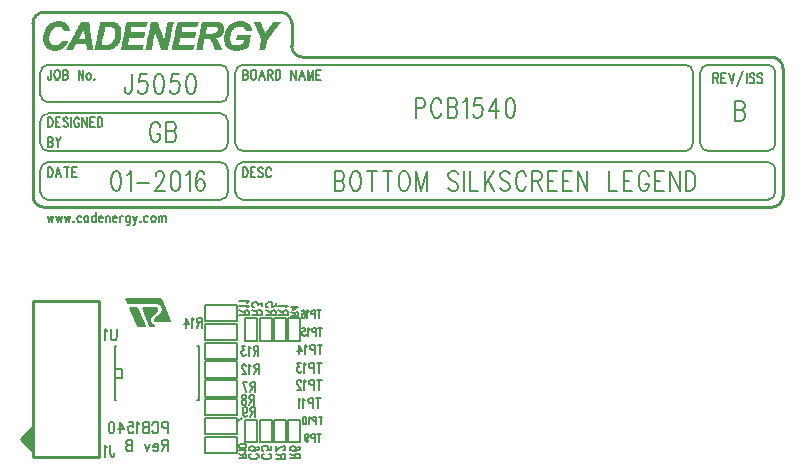
<source format=gbo>
*
*
G04 PADS Layout (Build Number 2007.21.1) generated Gerber (RS-274-X) file*
G04 PC Version=2.1*
*
%IN "J5050.pcb"*%
*
%MOMM*%
*
%FSLAX44Y44*%
*
*
*
*
G04 PC Standard Apertures*
*
*
G04 Thermal Relief Aperture macro.*
%AMTER*
1,1,$1,0,0*
1,0,$1-$2,0,0*
21,0,$3,$4,0,0,45*
21,0,$3,$4,0,0,135*
%
*
*
G04 Annular Aperture macro.*
%AMANN*
1,1,$1,0,0*
1,0,$2,0,0*
%
*
*
G04 Odd Aperture macro.*
%AMODD*
1,1,$1,0,0*
1,0,$1-0.005,0,0*
%
*
*
G04 PC Custom Aperture Macros*
*
*
*
*
*
*
G04 PC Aperture Table*
*
%ADD010C,0.254*%
%ADD011C,0.2032*%
%ADD012C,0.0508*%
%ADD013C,0.127*%
%ADD023C,0.0254*%
%ADD029C,0.1524*%
%ADD081C,0.15*%
*
*
*
*
G04 PC Circuitry*
G04 Layer Name J5050.pcb - circuitry*
%LPD*%
*
*
G04 PC Custom Flashes*
G04 Layer Name J5050.pcb - flashes*
%LPD*%
*
*
G04 PC Circuitry*
G04 Layer Name J5050.pcb - circuitry*
%LPD*%
*
G54D10*
G01X314760Y433960D02*
Y566040D01*
X370640*
Y433960*
X314760*
Y439040D02*
X304600Y449200D01*
X314760Y459360*
Y440310*
X305870Y449200*
X313490Y456820*
Y442850*
X307140Y449200*
X312220Y454280*
Y445390*
X308410Y449200*
X310950Y451740*
Y447930*
X309680Y449200*
X310950Y450470*
X315000Y655000D02*
G75*
G03X324525Y645475I9525J0D01*
G01X940475*
G03X950000Y655000I0J9525*
G01Y762950*
G03X940475Y772475I-9525J0*
G01X543600*
X534075Y782000D02*
G03X543600Y772475I9525J0D01*
G01X534075Y782000D02*
Y801050D01*
G03X524550Y810575I-9525J0*
G01X324525*
G03X315000Y801050I0J-9525*
G01Y655000*
G54D11*
X880150Y699450D02*
G03X886500Y693100I6350J0D01*
G01X937300*
G03X943650Y699450I0J6350*
G01Y759775*
G03X937300Y766125I-6350J0*
G01X886500*
G03X880150Y759775I0J-6350*
G01Y699450*
X486450Y658175D02*
G03X492800Y651825I6350J0D01*
G01X937300*
G03X943650Y658175I0J6350*
G01Y677225*
G03X937300Y683575I-6350J0*
G01X492800*
G03X486450Y677225I0J-6350*
G01Y658175*
X492800Y766125D02*
G03X486450Y759775I0J-6350D01*
G01X492800Y766125D02*
X867450D01*
X873800Y759775D02*
G03X867450Y766125I-6350J0D01*
G01X873800Y759775D02*
Y699450D01*
X867450Y693100D02*
G03X873800Y699450I0J6350D01*
G01X867450Y693100D02*
X492800D01*
X486450Y699450D02*
G03X492800Y693100I6350J0D01*
G01X486450Y699450D02*
Y759775D01*
X327700Y683575D02*
G03X321350Y677225I0J-6350D01*
G01X327700Y683575D02*
X473750D01*
X480100Y677225D02*
G03X473750Y683575I-6350J0D01*
G01X480100Y677225D02*
Y658175D01*
X473750Y651825D02*
G03X480100Y658175I0J6350D01*
G01X473750Y651825D02*
X327700D01*
X321350Y658175D02*
G03X327700Y651825I6350J0D01*
G01X321350Y658175D02*
Y677225D01*
X327700Y724850D02*
G03X321350Y718500I0J-6350D01*
G01X327700Y724850D02*
X473750D01*
X480100Y718500D02*
G03X473750Y724850I-6350J0D01*
G01X480100Y718500D02*
Y699450D01*
X473750Y693100D02*
G03X480100Y699450I0J6350D01*
G01X473750Y693100D02*
X327700D01*
X321350Y699450D02*
G03X327700Y693100I6350J0D01*
G01X321350Y699450D02*
Y718500D01*
X480100Y759775D02*
G03X473750Y766125I-6350J0D01*
G01X327700*
G03X321350Y759775I0J-6350*
G01Y740725*
G03X327700Y734375I6350J0*
G01X473750*
G03X480100Y740725I0J6350*
G01Y759775*
X398553Y758266D02*
Y745566D01*
X398553D02*
X397976Y743185D01*
X397976D02*
X397398Y742391D01*
X397398D02*
X396244Y741598D01*
X395089*
X395089D02*
X393935Y742391D01*
X393935D02*
X393357Y743185D01*
X393357D02*
X392780Y745566D01*
X392780D02*
Y747154D01*
X411253Y758266D02*
X405480D01*
X405480D02*
X404903Y751123D01*
X405480Y751916*
X405480D02*
X407212Y752710D01*
X407212D02*
X408944D01*
X408944D02*
X410676Y751916D01*
X410676D02*
X411830Y750329D01*
X411830D02*
X412407Y747948D01*
X412407D02*
X411830Y746360D01*
X411830D02*
X411253Y743979D01*
X410098Y742391*
X410098D02*
X408366Y741598D01*
X408366D02*
X406635D01*
X404903Y742391*
X404903D02*
X404326Y743185D01*
X404326D02*
X403748Y744773D01*
X421066Y758266D02*
X419335Y757473D01*
X418180Y755091*
X418180D02*
X417603Y751123D01*
Y748741*
X417603D02*
X418180Y744773D01*
X418180D02*
X419335Y742391D01*
X419335D02*
X421066Y741598D01*
X421066D02*
X422221D01*
X423953Y742391*
X423953D02*
X425107Y744773D01*
X425107D02*
X425685Y748741D01*
X425685D02*
Y751123D01*
X425107Y755091*
X425107D02*
X423953Y757473D01*
X422221Y758266*
X422221D02*
X421066D01*
X438385D02*
X432612D01*
X432612D02*
X432035Y751123D01*
X432612Y751916*
X432612D02*
X434344Y752710D01*
X434344D02*
X436076D01*
X436076D02*
X437807Y751916D01*
X437807D02*
X438962Y750329D01*
X439539Y747948*
X439539D02*
X438962Y746360D01*
X438962D02*
X438385Y743979D01*
X437230Y742391*
X437230D02*
X435498Y741598D01*
X435498D02*
X433766D01*
X433766D02*
X432035Y742391D01*
X432035D02*
X431457Y743185D01*
X431457D02*
X430880Y744773D01*
X448198Y758266D02*
X446466Y757473D01*
X446466D02*
X445312Y755091D01*
X445312D02*
X444735Y751123D01*
Y748741*
X444735D02*
X445312Y744773D01*
X446466Y742391*
X446466D02*
X448198Y741598D01*
X448198D02*
X449353D01*
X451085Y742391*
X451085D02*
X452239Y744773D01*
X452239D02*
X452816Y748741D01*
X452816D02*
Y751123D01*
X452816D02*
X452239Y755091D01*
X452239D02*
X451085Y757473D01*
X449353Y758266*
X449353D02*
X448198D01*
X422801Y713658D02*
X422223Y715245D01*
X422223D02*
X421069Y716833D01*
X419914Y717626*
X419914D02*
X417605D01*
X417605D02*
X416451Y716833D01*
X415296Y715245*
X415296D02*
X414719Y713658D01*
X414142Y711276*
X414142D02*
Y707308D01*
X414719Y704926*
X414719D02*
X415296Y703339D01*
X415296D02*
X416451Y701751D01*
X416451D02*
X417605Y700958D01*
X417605D02*
X419914D01*
X419914D02*
X421069Y701751D01*
X421069D02*
X422223Y703339D01*
X422223D02*
X422801Y704926D01*
X422801D02*
Y707308D01*
X419914D02*
X422801D01*
X427996Y717626D02*
Y700958D01*
Y717626D02*
X433192D01*
X433192D02*
X434923Y716833D01*
X434923D02*
X435501Y716039D01*
X436078Y714451*
X436078D02*
Y712864D01*
X435501Y711276*
X435501D02*
X434923Y710483D01*
X434923D02*
X433192Y709689D01*
X427996D02*
X433192D01*
X434923Y708895*
X434923D02*
X435501Y708101D01*
X435501D02*
X436078Y706514D01*
Y704133*
X435501Y702545*
X435501D02*
X434923Y701751D01*
X434923D02*
X433192Y700958D01*
X427996*
X384989Y675716D02*
X383257Y674923D01*
X383257D02*
X382103Y672541D01*
X382103D02*
X381525Y668573D01*
X381525D02*
Y666191D01*
X381525D02*
X382103Y662223D01*
X383257Y659841*
X383257D02*
X384989Y659048D01*
X386144*
X387875Y659841*
X387875D02*
X389030Y662223D01*
X389607Y666191*
X389607D02*
Y668573D01*
X389607D02*
X389030Y672541D01*
X389030D02*
X387875Y674923D01*
X387875D02*
X386144Y675716D01*
X386144D02*
X384989D01*
X394803Y672541D02*
X395957Y673335D01*
X395957D02*
X397689Y675716D01*
X397689D02*
Y659048D01*
X402884Y666191D02*
X413275D01*
X419048Y671748D02*
Y672541D01*
X419048D02*
X419625Y674129D01*
X419625D02*
X420203Y674923D01*
X421357Y675716*
X421357D02*
X423666D01*
X423666D02*
X424821Y674923D01*
X425398Y674129*
X425398D02*
X425975Y672541D01*
X425975D02*
Y670954D01*
X425975D02*
X425398Y669366D01*
X425398D02*
X424244Y666985D01*
X424244D02*
X418471Y659048D01*
X426553*
X435212Y675716D02*
X433480Y674923D01*
X432325Y672541*
X432325D02*
X431748Y668573D01*
X431748D02*
Y666191D01*
X431748D02*
X432325Y662223D01*
X432325D02*
X433480Y659841D01*
X433480D02*
X435212Y659048D01*
X436366*
X436366D02*
X438098Y659841D01*
X438098D02*
X439253Y662223D01*
X439830Y666191*
X439830D02*
Y668573D01*
X439253Y672541*
X439253D02*
X438098Y674923D01*
X438098D02*
X436366Y675716D01*
X436366D02*
X435212D01*
X445025Y672541D02*
X446180Y673335D01*
X446180D02*
X447912Y675716D01*
X447912D02*
Y659048D01*
X460034Y673335D02*
X459457Y674923D01*
X459457D02*
X457725Y675716D01*
X457725D02*
X456571D01*
X456571D02*
X454839Y674923D01*
X453684Y672541*
X453684D02*
X453107Y668573D01*
X453107D02*
Y664604D01*
X453107D02*
X453684Y661429D01*
X453684D02*
X454839Y659841D01*
X454839D02*
X456571Y659048D01*
X457148*
X457148D02*
X458880Y659841D01*
X458880D02*
X460034Y661429D01*
X460034D02*
X460612Y663810D01*
X460612D02*
Y664604D01*
X460034Y666985*
X460034D02*
X458880Y668573D01*
X457148Y669366*
X457148D02*
X456571D01*
X456571D02*
X454839Y668573D01*
X453684Y666985*
X453684D02*
X453107Y664604D01*
X638988Y737946D02*
Y721278D01*
Y737946D02*
X644184D01*
X644184D02*
X645915Y737153D01*
X645915D02*
X646493Y736359D01*
X647070Y734771*
X647070D02*
Y732390D01*
X647070D02*
X646493Y730803D01*
X645915Y730009*
X645915D02*
X644184Y729215D01*
X644184D02*
X638988D01*
X660924Y733978D02*
X660347Y735565D01*
X660347D02*
X659193Y737153D01*
X658038Y737946*
X658038D02*
X655729D01*
X655729D02*
X654574Y737153D01*
X654574D02*
X653420Y735565D01*
X653420D02*
X652843Y733978D01*
X652265Y731596*
X652265D02*
Y727628D01*
X652265D02*
X652843Y725246D01*
X652843D02*
X653420Y723659D01*
X654574Y722071*
X654574D02*
X655729Y721278D01*
X658038*
X658038D02*
X659193Y722071D01*
X659193D02*
X660347Y723659D01*
X660347D02*
X660924Y725246D01*
X666120Y737946D02*
Y721278D01*
Y737946D02*
X671315D01*
X671315D02*
X673047Y737153D01*
X673047D02*
X673624Y736359D01*
X673624D02*
X674202Y734771D01*
X674202D02*
Y733184D01*
X673624Y731596*
X673624D02*
X673047Y730803D01*
X673047D02*
X671315Y730009D01*
X666120D02*
X671315D01*
X671315D02*
X673047Y729215D01*
X673047D02*
X673624Y728421D01*
X673624D02*
X674202Y726834D01*
Y724453*
X673624Y722865*
X673624D02*
X673047Y722071D01*
X673047D02*
X671315Y721278D01*
X671315D02*
X666120D01*
X679397Y734771D02*
X680552Y735565D01*
X680552D02*
X682284Y737946D01*
X682284D02*
Y721278D01*
X694984Y737946D02*
X689211D01*
X689211D02*
X688634Y730803D01*
X689211Y731596*
X689211D02*
X690943Y732390D01*
X690943D02*
X692674D01*
X692674D02*
X694406Y731596D01*
X694406D02*
X695561Y730009D01*
X696138Y727628*
X696138D02*
X695561Y726040D01*
X695561D02*
X694984Y723659D01*
X693829Y722071*
X693829D02*
X692097Y721278D01*
X692097D02*
X690365D01*
X690365D02*
X688634Y722071D01*
X688634D02*
X688056Y722865D01*
X688056D02*
X687479Y724453D01*
X707106Y737946D02*
X701334Y726834D01*
X709993*
X707106Y737946D02*
Y721278D01*
X718652Y737946D02*
X716920Y737153D01*
X715765Y734771*
X715765D02*
X715188Y730803D01*
X715188D02*
Y728421D01*
X715188D02*
X715765Y724453D01*
X715765D02*
X716920Y722071D01*
X716920D02*
X718652Y721278D01*
X719806*
X719806D02*
X721538Y722071D01*
X721538D02*
X722693Y724453D01*
X723270Y728421*
X723270D02*
Y730803D01*
X722693Y734771*
X722693D02*
X721538Y737153D01*
X721538D02*
X719806Y737946D01*
X719806D02*
X718652D01*
X909556Y735406D02*
Y718738D01*
Y735406D02*
X914751D01*
X914751D02*
X916483Y734613D01*
X916483D02*
X917060Y733819D01*
X917060D02*
X917638Y732231D01*
X917638D02*
Y730644D01*
X917060Y729056*
X917060D02*
X916483Y728263D01*
X916483D02*
X914751Y727469D01*
X909556D02*
X914751D01*
X914751D02*
X916483Y726675D01*
X916483D02*
X917060Y725881D01*
X917060D02*
X917638Y724294D01*
Y721913*
X917060Y720325*
X917060D02*
X916483Y719531D01*
X916483D02*
X914751Y718738D01*
X914751D02*
X909556D01*
X570350Y675716D02*
Y659048D01*
Y675716D02*
X575546D01*
X575546D02*
X577278Y674923D01*
X577855Y674129*
X578432Y672541*
X578432D02*
Y670954D01*
X578432D02*
X577855Y669366D01*
X577855D02*
X577278Y668573D01*
X575546Y667779*
X570350D02*
X575546D01*
X577278Y666985*
X577278D02*
X577855Y666191D01*
X577855D02*
X578432Y664604D01*
X578432D02*
Y662223D01*
X578432D02*
X577855Y660635D01*
X577855D02*
X577278Y659841D01*
X577278D02*
X575546Y659048D01*
X570350*
X587091Y675716D02*
X585937Y674923D01*
X584782Y673335*
X584782D02*
X584205Y671748D01*
X583628Y669366*
X583628D02*
Y665398D01*
X584205Y663016*
X584205D02*
X584782Y661429D01*
X584782D02*
X585937Y659841D01*
X585937D02*
X587091Y659048D01*
X587091D02*
X589400D01*
X589400D02*
X590555Y659841D01*
X590555D02*
X591709Y661429D01*
X591709D02*
X592287Y663016D01*
X592287D02*
X592864Y665398D01*
Y669366*
X592864D02*
X592287Y671748D01*
X591709Y673335*
X591709D02*
X590555Y674923D01*
X589400Y675716*
X589400D02*
X587091D01*
X602100D02*
Y659048D01*
X598059Y675716D02*
X606141D01*
X615378D02*
Y659048D01*
X611337Y675716D02*
X619419D01*
X628078D02*
X626923Y674923D01*
X626923D02*
X625769Y673335D01*
X625769D02*
X625191Y671748D01*
X625191D02*
X624614Y669366D01*
X624614D02*
Y665398D01*
X625191Y663016*
X625191D02*
X625769Y661429D01*
X626923Y659841*
X626923D02*
X628078Y659048D01*
X630387*
X631541Y659841*
X631541D02*
X632696Y661429D01*
X633273Y663016*
X633273D02*
X633850Y665398D01*
X633850D02*
Y669366D01*
X633850D02*
X633273Y671748D01*
X633273D02*
X632696Y673335D01*
X632696D02*
X631541Y674923D01*
X631541D02*
X630387Y675716D01*
X630387D02*
X628078D01*
X639046D02*
Y659048D01*
Y675716D02*
X643664Y659048D01*
X648282Y675716D02*
X643664Y659048D01*
X648282Y675716D02*
Y659048D01*
X674837Y673335D02*
X673682Y674923D01*
X673682D02*
X671950Y675716D01*
X671950D02*
X669641D01*
X669641D02*
X667909Y674923D01*
X667909D02*
X666755Y673335D01*
X666755D02*
Y671748D01*
X667332Y670160*
X667332D02*
X667909Y669366D01*
X667909D02*
X669064Y668573D01*
X672528Y666985*
X672528D02*
X673682Y666191D01*
X673682D02*
X674259Y665398D01*
X674259D02*
X674837Y663810D01*
X674837D02*
Y661429D01*
X673682Y659841*
X673682D02*
X671950Y659048D01*
X671950D02*
X669641D01*
X669641D02*
X667909Y659841D01*
X667909D02*
X666755Y661429D01*
X680032Y675716D02*
Y659048D01*
X685228Y675716D02*
Y659048D01*
X692155*
X697350Y675716D02*
Y659048D01*
X705432Y675716D02*
X697350Y664604D01*
X700237Y668573D02*
X705432Y659048D01*
X718709Y673335D02*
X717555Y674923D01*
X715823Y675716*
X715823D02*
X713514D01*
X713514D02*
X711782Y674923D01*
X711782D02*
X710628Y673335D01*
X710628D02*
Y671748D01*
X711205Y670160*
X711205D02*
X711782Y669366D01*
X711782D02*
X712937Y668573D01*
X716400Y666985*
X716400D02*
X717555Y666191D01*
X717555D02*
X718132Y665398D01*
X718132D02*
X718709Y663810D01*
X718709D02*
Y661429D01*
X718709D02*
X717555Y659841D01*
X717555D02*
X715823Y659048D01*
X715823D02*
X713514D01*
X711782Y659841*
X711782D02*
X710628Y661429D01*
X732564Y671748D02*
X731987Y673335D01*
X731987D02*
X730832Y674923D01*
X730832D02*
X729678Y675716D01*
X729678D02*
X727369D01*
X727369D02*
X726214Y674923D01*
X725059Y673335*
X725059D02*
X724482Y671748D01*
X724482D02*
X723905Y669366D01*
X723905D02*
Y665398D01*
X724482Y663016*
X724482D02*
X725059Y661429D01*
X725059D02*
X726214Y659841D01*
X726214D02*
X727369Y659048D01*
X729678*
X730832Y659841*
X730832D02*
X731987Y661429D01*
X732564Y663016*
X737759Y675716D02*
Y659048D01*
Y675716D02*
X742955D01*
X742955D02*
X744687Y674923D01*
X745264Y674129*
X745841Y672541*
X745841D02*
Y670954D01*
X745841D02*
X745264Y669366D01*
X745264D02*
X744687Y668573D01*
X742955Y667779*
X737759*
X741800D02*
X745841Y659048D01*
X751037Y675716D02*
Y659048D01*
Y675716D02*
X758541D01*
X751037Y667779D02*
X755655D01*
X751037Y659048D02*
X758541D01*
X763737Y675716D02*
Y659048D01*
Y675716D02*
X771241D01*
X763737Y667779D02*
X768355D01*
X763737Y659048D02*
X771241D01*
X776437Y675716D02*
Y659048D01*
Y675716D02*
X784519Y659048D01*
Y675716D02*
Y659048D01*
X802991Y675716D02*
Y659048D01*
X802991D02*
X809919D01*
X815114Y675716D02*
Y659048D01*
Y675716D02*
X822619D01*
X815114Y667779D02*
X819732D01*
X815114Y659048D02*
X822619D01*
X836473Y671748D02*
X835896Y673335D01*
X835896D02*
X834741Y674923D01*
X834741D02*
X833587Y675716D01*
X833587D02*
X831278D01*
X831278D02*
X830123Y674923D01*
X830123D02*
X828969Y673335D01*
X828969D02*
X828391Y671748D01*
X828391D02*
X827814Y669366D01*
X827814D02*
Y665398D01*
X828391Y663016*
X828391D02*
X828969Y661429D01*
X830123Y659841*
X830123D02*
X831278Y659048D01*
X833587*
X834741Y659841*
X834741D02*
X835896Y661429D01*
X836473Y663016*
X836473D02*
Y665398D01*
X833587D02*
X836473D01*
X841669Y675716D02*
Y659048D01*
Y675716D02*
X849173D01*
X841669Y667779D02*
X846287D01*
X841669Y659048D02*
X849173D01*
X854369Y675716D02*
Y659048D01*
Y675716D02*
X862450Y659048D01*
Y675716D02*
Y659048D01*
X867646Y675716D02*
Y659048D01*
Y675716D02*
X871687D01*
X871687D02*
X873419Y674923D01*
X874573Y673335*
X874573D02*
X875150Y671748D01*
X875150D02*
X875728Y669366D01*
X875728D02*
Y665398D01*
X875150Y663016*
X875150D02*
X874573Y661429D01*
X874573D02*
X873419Y659841D01*
X873419D02*
X871687Y659048D01*
X867646*
G54D12*
X330875Y778825D02*
X335073D01*
X484227D02*
X489156D01*
X329414Y779190D02*
X336534D01*
X343289D02*
X347853D01*
X360815D02*
X365014D01*
X367022D02*
X378888D01*
X389295D02*
X407003D01*
X410107D02*
X414306D01*
X423981D02*
X428180D01*
X432379D02*
X450088D01*
X453191D02*
X457390D01*
X469257D02*
X474186D01*
X482767D02*
X490982D01*
X506500D02*
X510699D01*
X328684Y779555D02*
X337629D01*
X343289D02*
X348218D01*
X360815D02*
X365014D01*
X367022D02*
X380349D01*
X389295D02*
X407003D01*
X410107D02*
X414671D01*
X423616D02*
X428545D01*
X432379D02*
X450088D01*
X453191D02*
X457755D01*
X468892D02*
X473821D01*
X481671D02*
X492442D01*
X506500D02*
X511064D01*
X327954Y779920D02*
X338360D01*
X343654D02*
X348218D01*
X360815D02*
X365014D01*
X367387D02*
X381444D01*
X389660D02*
X407368D01*
X410472D02*
X414671D01*
X423616D02*
X428545D01*
X432744D02*
X450453D01*
X453557D02*
X457755D01*
X468892D02*
X473821D01*
X480941D02*
X493538D01*
X506865D02*
X511064D01*
X327588Y780285D02*
X339090D01*
X343654D02*
X348583D01*
X360450D02*
X365014D01*
X367387D02*
X382175D01*
X389660D02*
X407368D01*
X410472D02*
X414671D01*
X423616D02*
X428545D01*
X432744D02*
X450453D01*
X453557D02*
X457755D01*
X468892D02*
X473821D01*
X480576D02*
X494268D01*
X506865D02*
X511064D01*
X326858Y780650D02*
X339820D01*
X344019D02*
X348583D01*
X360450D02*
X364649D01*
X367387D02*
X382905D01*
X389660D02*
X407368D01*
X410472D02*
X414671D01*
X423251D02*
X428545D01*
X432744D02*
X450453D01*
X453557D02*
X457755D01*
X468527D02*
X473456D01*
X480211D02*
X494998D01*
X506865D02*
X511064D01*
X326493Y781015D02*
X340185D01*
X344019D02*
X348948D01*
X360450D02*
X364649D01*
X367387D02*
X383635D01*
X389660D02*
X407733D01*
X410472D02*
X414671D01*
X423251D02*
X428545D01*
X432744D02*
X450818D01*
X453557D02*
X457755D01*
X468527D02*
X473456D01*
X479846D02*
X495728D01*
X506865D02*
X511064D01*
X326128Y781380D02*
X340550D01*
X344384D02*
X348948D01*
X360450D02*
X364649D01*
X367387D02*
X384000D01*
X389660D02*
X407733D01*
X410472D02*
X415036D01*
X422886D02*
X428911D01*
X432744D02*
X450818D01*
X453557D02*
X458121D01*
X468527D02*
X473091D01*
X479480D02*
X496459D01*
X506865D02*
X511429D01*
X326128Y781746D02*
X340915D01*
X344749D02*
X349313D01*
X360450D02*
X364649D01*
X367752D02*
X384365D01*
X390025D02*
X407733D01*
X410837D02*
X415036D01*
X422886D02*
X428911D01*
X433110D02*
X450818D01*
X453922D02*
X458121D01*
X468162D02*
X473091D01*
X479115D02*
X496824D01*
X507230D02*
X511429D01*
X325763Y782111D02*
X341281D01*
X344749D02*
X349678D01*
X360450D02*
X364649D01*
X367752D02*
X384730D01*
X390025D02*
X407733D01*
X410837D02*
X415036D01*
X422886D02*
X428911D01*
X433110D02*
X450818D01*
X453922D02*
X458121D01*
X468162D02*
X473091D01*
X478750D02*
X496824D01*
X507230D02*
X511429D01*
X325398Y782476D02*
X341646D01*
X345114D02*
X349678D01*
X360450D02*
X364649D01*
X367752D02*
X385096D01*
X390025D02*
X408098D01*
X410837D02*
X415036D01*
X422521D02*
X428911D01*
X433110D02*
X451183D01*
X453922D02*
X458121D01*
X467796D02*
X472726D01*
X478385D02*
X496824D01*
X507230D02*
X511429D01*
X325398Y782841D02*
X331787D01*
X334891D02*
X342011D01*
X345114D02*
X350044D01*
X360085D02*
X364649D01*
X367752D02*
X385461D01*
X390025D02*
X408098D01*
X410837D02*
X415036D01*
X422521D02*
X428911D01*
X433110D02*
X451183D01*
X453922D02*
X458121D01*
X467796D02*
X472726D01*
X478385D02*
X484775D01*
X488974D02*
X496824D01*
X507230D02*
X511429D01*
X325033Y783206D02*
X331057D01*
X336351D02*
X342376D01*
X345480D02*
X350044D01*
X360085D02*
X364283D01*
X367752D02*
X372316D01*
X378341D02*
X385826D01*
X390025D02*
X394589D01*
X410837D02*
X415401D01*
X422521D02*
X429276D01*
X433110D02*
X437674D01*
X453922D02*
X458486D01*
X467431D02*
X472360D01*
X478020D02*
X483679D01*
X490434D02*
X496824D01*
X507230D02*
X511794D01*
X325033Y783571D02*
X330327D01*
X337082D02*
X342376D01*
X345480D02*
X350409D01*
X360085D02*
X364283D01*
X368117D02*
X372316D01*
X379801D02*
X386191D01*
X390390D02*
X394589D01*
X411202D02*
X415401D01*
X422156D02*
X429276D01*
X433475D02*
X437674D01*
X454287D02*
X458486D01*
X467431D02*
X472360D01*
X478020D02*
X482949D01*
X491530D02*
X497189D01*
X507595D02*
X511794D01*
X324667Y783936D02*
X329962D01*
X337447D02*
X342741D01*
X345845D02*
X350409D01*
X360085D02*
X364283D01*
X368117D02*
X372316D01*
X380532D02*
X386556D01*
X390390D02*
X394589D01*
X411202D02*
X415401D01*
X422156D02*
X429276D01*
X433475D02*
X437674D01*
X454287D02*
X458486D01*
X467431D02*
X471995D01*
X477655D02*
X482584D01*
X492625D02*
X497189D01*
X507595D02*
X511794D01*
X324667Y784301D02*
X329597D01*
X337812D02*
X343106D01*
X345845D02*
X364283D01*
X368117D02*
X372316D01*
X380897D02*
X386556D01*
X390390D02*
X394589D01*
X411202D02*
X415401D01*
X421791D02*
X429276D01*
X433475D02*
X437674D01*
X454287D02*
X458486D01*
X467066D02*
X471995D01*
X477655D02*
X482219D01*
X492990D02*
X497189D01*
X507595D02*
X511794D01*
X324302Y784667D02*
X329231D01*
X338542D02*
X343106D01*
X346210D02*
X364283D01*
X368117D02*
X372681D01*
X381627D02*
X386921D01*
X390390D02*
X394954D01*
X411202D02*
X415401D01*
X421791D02*
X429641D01*
X433475D02*
X438039D01*
X454287D02*
X458851D01*
X467066D02*
X471630D01*
X477290D02*
X482219D01*
X492990D02*
X497189D01*
X507595D02*
X512159D01*
X324302Y785032D02*
X328866D01*
X338542D02*
X343471D01*
X346210D02*
X364283D01*
X368482D02*
X372681D01*
X381992D02*
X387286D01*
X390755D02*
X394954D01*
X411567D02*
X415766D01*
X421791D02*
X429641D01*
X433840D02*
X438039D01*
X454652D02*
X458851D01*
X466701D02*
X471630D01*
X477290D02*
X481854D01*
X492990D02*
X497554D01*
X507960D02*
X512159D01*
X324302Y785397D02*
X328866D01*
X338907D02*
X343471D01*
X346575D02*
X364283D01*
X368482D02*
X372681D01*
X382357D02*
X387286D01*
X390755D02*
X394954D01*
X411567D02*
X415766D01*
X421426D02*
X429641D01*
X433840D02*
X438039D01*
X454652D02*
X458851D01*
X466701D02*
X471265D01*
X477290D02*
X481489D01*
X492990D02*
X497554D01*
X507960D02*
X512159D01*
X324302Y785762D02*
X328501D01*
X339272D02*
X343836D01*
X346575D02*
X363918D01*
X368482D02*
X372681D01*
X382357D02*
X387651D01*
X390755D02*
X394954D01*
X411567D02*
X415766D01*
X421426D02*
X429641D01*
X433840D02*
X438039D01*
X454652D02*
X458851D01*
X466336D02*
X471265D01*
X477290D02*
X481489D01*
X493355D02*
X497554D01*
X507960D02*
X512159D01*
X324302Y786127D02*
X328501D01*
X339272D02*
X343471D01*
X346940D02*
X363918D01*
X368482D02*
X372681D01*
X382722D02*
X387651D01*
X390755D02*
X394954D01*
X411567D02*
X415766D01*
X421060D02*
X429641D01*
X433840D02*
X438039D01*
X454652D02*
X458851D01*
X466336D02*
X470900D01*
X477290D02*
X481489D01*
X493355D02*
X497554D01*
X507960D02*
X512159D01*
X323937Y786492D02*
X328501D01*
X339638D02*
X340915D01*
X347305D02*
X363918D01*
X368482D02*
X373046D01*
X383087D02*
X388017D01*
X390755D02*
X395319D01*
X411567D02*
X415766D01*
X421060D02*
X430006D01*
X433840D02*
X438404D01*
X454652D02*
X459216D01*
X465971D02*
X470900D01*
X476925D02*
X481489D01*
X493355D02*
X497554D01*
X507960D02*
X512524D01*
X323937Y786857D02*
X328136D01*
X347305D02*
X363918D01*
X368848D02*
X373046D01*
X383087D02*
X388017D01*
X391120D02*
X395319D01*
X411932D02*
X416131D01*
X421060D02*
X430006D01*
X434205D02*
X438404D01*
X455017D02*
X459216D01*
X465971D02*
X470535D01*
X476925D02*
X481123D01*
X493355D02*
X497919D01*
X508325D02*
X512524D01*
X323937Y787222D02*
X328136D01*
X347670D02*
X363918D01*
X368848D02*
X373046D01*
X383453D02*
X388017D01*
X391120D02*
X395319D01*
X411932D02*
X416131D01*
X420695D02*
X430006D01*
X434205D02*
X438404D01*
X455017D02*
X459216D01*
X465606D02*
X470535D01*
X476925D02*
X481123D01*
X493720D02*
X497919D01*
X508325D02*
X512524D01*
X323937Y787588D02*
X328136D01*
X347670D02*
X363918D01*
X368848D02*
X373046D01*
X383818D02*
X388382D01*
X391120D02*
X395319D01*
X411932D02*
X416131D01*
X420695D02*
X425259D01*
X426172D02*
X430006D01*
X434205D02*
X438404D01*
X455017D02*
X459216D01*
X465241D02*
X470170D01*
X476925D02*
X481123D01*
X493720D02*
X497919D01*
X508325D02*
X512524D01*
X323937Y787953D02*
X328136D01*
X348035D02*
X363918D01*
X368848D02*
X373046D01*
X383818D02*
X388382D01*
X391120D02*
X395319D01*
X411932D02*
X416131D01*
X420695D02*
X425259D01*
X426172D02*
X430006D01*
X434205D02*
X438404D01*
X455017D02*
X459216D01*
X464875D02*
X469805D01*
X476925D02*
X481123D01*
X487148D02*
X497919D01*
X508325D02*
X512889D01*
X323937Y788318D02*
X328136D01*
X348035D02*
X352965D01*
X359354D02*
X363553D01*
X368848D02*
X373412D01*
X384183D02*
X388382D01*
X391120D02*
X395684D01*
X411932D02*
X416131D01*
X420330D02*
X424894D01*
X426172D02*
X430371D01*
X434205D02*
X438769D01*
X455017D02*
X459581D01*
X464510D02*
X469439D01*
X476925D02*
X481123D01*
X487148D02*
X497919D01*
X508325D02*
X512889D01*
X323937Y788683D02*
X328136D01*
X348401D02*
X352965D01*
X359354D02*
X363553D01*
X369213D02*
X373412D01*
X384183D02*
X388747D01*
X391485D02*
X395684D01*
X412297D02*
X416496D01*
X420330D02*
X424894D01*
X426172D02*
X430371D01*
X434570D02*
X438769D01*
X455382D02*
X459581D01*
X463780D02*
X469074D01*
X476925D02*
X481123D01*
X487513D02*
X498284D01*
X508325D02*
X513254D01*
X323937Y789048D02*
X328136D01*
X348401D02*
X353330D01*
X359354D02*
X363553D01*
X369213D02*
X373412D01*
X384183D02*
X388747D01*
X391485D02*
X395684D01*
X412297D02*
X416496D01*
X419965D02*
X424894D01*
X426172D02*
X430371D01*
X434570D02*
X438769D01*
X455382D02*
X468709D01*
X476925D02*
X481123D01*
X487513D02*
X498284D01*
X507960D02*
X513620D01*
X323937Y789413D02*
X328136D01*
X348766D02*
X353330D01*
X359354D02*
X363553D01*
X369213D02*
X373412D01*
X384548D02*
X388747D01*
X391485D02*
X395684D01*
X412297D02*
X416496D01*
X419965D02*
X424529D01*
X426537D02*
X430371D01*
X434570D02*
X438769D01*
X455382D02*
X470535D01*
X476925D02*
X481123D01*
X487513D02*
X498284D01*
X507960D02*
X513985D01*
X323937Y789778D02*
X328136D01*
X348766D02*
X353695D01*
X359354D02*
X363553D01*
X369213D02*
X373777D01*
X384548D02*
X388747D01*
X391485D02*
X408098D01*
X412297D02*
X416496D01*
X419965D02*
X424529D01*
X426537D02*
X430736D01*
X434570D02*
X451183D01*
X455382D02*
X471630D01*
X476925D02*
X481123D01*
X487513D02*
X498284D01*
X507595D02*
X513985D01*
X323937Y790143D02*
X328136D01*
X349131D02*
X353695D01*
X359354D02*
X363553D01*
X369578D02*
X373777D01*
X384548D02*
X388747D01*
X391850D02*
X408098D01*
X412663D02*
X416496D01*
X419600D02*
X424164D01*
X426537D02*
X430736D01*
X434935D02*
X451183D01*
X455747D02*
X472360D01*
X476925D02*
X481123D01*
X487878D02*
X498284D01*
X507595D02*
X514350D01*
X323937Y790509D02*
X328136D01*
X349131D02*
X354060D01*
X358989D02*
X363188D01*
X369578D02*
X373777D01*
X384548D02*
X389112D01*
X391850D02*
X408464D01*
X412663D02*
X416861D01*
X419600D02*
X424164D01*
X426537D02*
X430736D01*
X434935D02*
X451548D01*
X455747D02*
X473091D01*
X476925D02*
X481123D01*
X487878D02*
X498649D01*
X507595D02*
X514715D01*
X323937Y790874D02*
X328501D01*
X349496D02*
X354425D01*
X358989D02*
X363188D01*
X369578D02*
X373777D01*
X384913D02*
X389112D01*
X391850D02*
X408464D01*
X412663D02*
X416861D01*
X419235D02*
X424164D01*
X426537D02*
X430736D01*
X434935D02*
X451548D01*
X455747D02*
X473456D01*
X476925D02*
X481489D01*
X487878D02*
X498649D01*
X507230D02*
X515080D01*
X323937Y791239D02*
X328501D01*
X349861D02*
X354425D01*
X358989D02*
X363188D01*
X369578D02*
X373777D01*
X384913D02*
X389112D01*
X391850D02*
X408464D01*
X412663D02*
X416861D01*
X419235D02*
X423799D01*
X426902D02*
X430736D01*
X434935D02*
X451548D01*
X455747D02*
X473821D01*
X477290D02*
X481489D01*
X488243D02*
X498649D01*
X507230D02*
X515080D01*
X324302Y791604D02*
X328501D01*
X349861D02*
X354790D01*
X358989D02*
X363188D01*
X369578D02*
X374142D01*
X384913D02*
X389112D01*
X391850D02*
X408829D01*
X412663D02*
X416861D01*
X419235D02*
X423799D01*
X426902D02*
X431101D01*
X434935D02*
X451913D01*
X455747D02*
X474186D01*
X477290D02*
X481489D01*
X488243D02*
X498649D01*
X506865D02*
X515445D01*
X324302Y791969D02*
X328501D01*
X350226D02*
X354790D01*
X358989D02*
X363188D01*
X369943D02*
X374142D01*
X384913D02*
X389112D01*
X392216D02*
X408829D01*
X413028D02*
X416861D01*
X418870D02*
X423434D01*
X426902D02*
X431101D01*
X435300D02*
X451913D01*
X456112D02*
X474551D01*
X477290D02*
X481489D01*
X506865D02*
X515810D01*
X324302Y792334D02*
X328501D01*
X350226D02*
X355155D01*
X358989D02*
X363188D01*
X369943D02*
X374142D01*
X384913D02*
X389112D01*
X392216D02*
X408829D01*
X413028D02*
X417227D01*
X418870D02*
X423434D01*
X426902D02*
X431101D01*
X435300D02*
X451913D01*
X456112D02*
X474916D01*
X477290D02*
X481489D01*
X506500D02*
X516175D01*
X324302Y792699D02*
X328866D01*
X350591D02*
X355155D01*
X358624D02*
X363188D01*
X369943D02*
X374142D01*
X384913D02*
X389112D01*
X392216D02*
X408829D01*
X413028D02*
X417227D01*
X418870D02*
X423434D01*
X426902D02*
X431101D01*
X435300D02*
X451913D01*
X456112D02*
X460311D01*
X467431D02*
X474916D01*
X477290D02*
X481854D01*
X506500D02*
X516175D01*
X324302Y793064D02*
X328866D01*
X350591D02*
X355520D01*
X358624D02*
X362823D01*
X369943D02*
X374142D01*
X384913D02*
X389112D01*
X392216D02*
X409194D01*
X413028D02*
X417227D01*
X418505D02*
X423069D01*
X427268D02*
X431101D01*
X435300D02*
X452279D01*
X456112D02*
X460311D01*
X469257D02*
X475281D01*
X477655D02*
X481854D01*
X506500D02*
X511064D01*
X511611D02*
X516541D01*
X324667Y793430D02*
X328866D01*
X350956D02*
X355520D01*
X358624D02*
X362823D01*
X369943D02*
X374507D01*
X384913D02*
X389112D01*
X392216D02*
X409194D01*
X413028D02*
X417227D01*
X418505D02*
X423069D01*
X427268D02*
X431466D01*
X435300D02*
X452279D01*
X456112D02*
X460676D01*
X469987D02*
X475281D01*
X477655D02*
X481854D01*
X506135D02*
X510699D01*
X511977D02*
X516906D01*
X324667Y793795D02*
X329231D01*
X350956D02*
X355886D01*
X358624D02*
X362823D01*
X370308D02*
X374507D01*
X384913D02*
X389112D01*
X392581D02*
X396780D01*
X413393D02*
X417227D01*
X418139D02*
X423069D01*
X427268D02*
X431466D01*
X435665D02*
X439864D01*
X456478D02*
X460676D01*
X470352D02*
X475647D01*
X477655D02*
X482219D01*
X506135D02*
X510699D01*
X511977D02*
X517271D01*
X324667Y794160D02*
X329231D01*
X351322D02*
X355886D01*
X358624D02*
X362823D01*
X370308D02*
X374507D01*
X384913D02*
X389112D01*
X392581D02*
X396780D01*
X413393D02*
X417592D01*
X418139D02*
X422703D01*
X427268D02*
X431466D01*
X435665D02*
X439864D01*
X456478D02*
X460676D01*
X470717D02*
X475647D01*
X478020D02*
X482219D01*
X505769D02*
X510333D01*
X512342D02*
X517271D01*
X325033Y794525D02*
X329597D01*
X351322D02*
X356251D01*
X358624D02*
X362823D01*
X370308D02*
X374507D01*
X384913D02*
X389112D01*
X392581D02*
X396780D01*
X413393D02*
X417592D01*
X418139D02*
X422703D01*
X427268D02*
X431466D01*
X435665D02*
X439864D01*
X456478D02*
X460676D01*
X471083D02*
X475647D01*
X478020D02*
X482584D01*
X505769D02*
X510333D01*
X512707D02*
X517636D01*
X325033Y794890D02*
X329597D01*
X351687D02*
X356251D01*
X358624D02*
X362823D01*
X370308D02*
X374872D01*
X384913D02*
X389112D01*
X392581D02*
X397145D01*
X413393D02*
X422338D01*
X427633D02*
X431832D01*
X435665D02*
X440229D01*
X456478D02*
X461042D01*
X471448D02*
X476012D01*
X478385D02*
X482584D01*
X505404D02*
X510333D01*
X512707D02*
X518001D01*
X325033Y795255D02*
X329962D01*
X341098D02*
X342741D01*
X351687D02*
X356616D01*
X358259D02*
X362823D01*
X370308D02*
X374872D01*
X384548D02*
X389112D01*
X392581D02*
X397145D01*
X413393D02*
X422338D01*
X427633D02*
X431832D01*
X435665D02*
X440229D01*
X456478D02*
X461042D01*
X471448D02*
X476012D01*
X478385D02*
X482949D01*
X495546D02*
X496824D01*
X505404D02*
X509968D01*
X513072D02*
X518366D01*
X325398Y795620D02*
X329962D01*
X341098D02*
X345297D01*
X352052D02*
X356981D01*
X358259D02*
X362458D01*
X370673D02*
X374872D01*
X384548D02*
X388747D01*
X392946D02*
X397145D01*
X413758D02*
X422338D01*
X427633D02*
X431832D01*
X436031D02*
X440229D01*
X456843D02*
X461042D01*
X471813D02*
X476012D01*
X478385D02*
X482949D01*
X495181D02*
X499745D01*
X505039D02*
X509968D01*
X513437D02*
X518366D01*
X325398Y795985D02*
X330327D01*
X340733D02*
X345297D01*
X352417D02*
X356981D01*
X358259D02*
X362458D01*
X370673D02*
X374872D01*
X384548D02*
X388747D01*
X392946D02*
X397145D01*
X413758D02*
X421973D01*
X427633D02*
X431832D01*
X436031D02*
X440229D01*
X456843D02*
X461042D01*
X471813D02*
X476012D01*
X478750D02*
X483314D01*
X495181D02*
X499745D01*
X505039D02*
X509603D01*
X513802D02*
X518731D01*
X325763Y796351D02*
X330692D01*
X340733D02*
X345297D01*
X352417D02*
X357346D01*
X358259D02*
X362458D01*
X370673D02*
X374872D01*
X384183D02*
X388747D01*
X392946D02*
X397145D01*
X413758D02*
X421973D01*
X427633D02*
X431832D01*
X436031D02*
X440229D01*
X456843D02*
X461042D01*
X471813D02*
X476012D01*
X478750D02*
X483679D01*
X495181D02*
X499380D01*
X505039D02*
X509603D01*
X513802D02*
X519096D01*
X325763Y796716D02*
X331057D01*
X340733D02*
X344932D01*
X352782D02*
X357346D01*
X358259D02*
X362458D01*
X370673D02*
X375237D01*
X384183D02*
X388747D01*
X392946D02*
X397510D01*
X413758D02*
X421608D01*
X427998D02*
X432197D01*
X436031D02*
X440595D01*
X456843D02*
X461407D01*
X471813D02*
X476012D01*
X479115D02*
X484044D01*
X494816D02*
X499380D01*
X504674D02*
X509238D01*
X514167D02*
X519462D01*
X326128Y797081D02*
X331422D01*
X340368D02*
X344932D01*
X352782D02*
X357711D01*
X358259D02*
X362458D01*
X371038D02*
X375237D01*
X383818D02*
X388382D01*
X393311D02*
X397510D01*
X414123D02*
X421608D01*
X427998D02*
X432197D01*
X436396D02*
X440595D01*
X457208D02*
X461407D01*
X471813D02*
X476012D01*
X479480D02*
X484410D01*
X494451D02*
X499380D01*
X504674D02*
X509238D01*
X514532D02*
X519462D01*
X326128Y797446D02*
X331787D01*
X340003D02*
X344932D01*
X353147D02*
X357711D01*
X358259D02*
X362458D01*
X371038D02*
X375237D01*
X383453D02*
X388382D01*
X393311D02*
X397510D01*
X414123D02*
X421608D01*
X427998D02*
X432197D01*
X436396D02*
X440595D01*
X457208D02*
X461407D01*
X471448D02*
X476012D01*
X479480D02*
X484775D01*
X494085D02*
X499015D01*
X504309D02*
X508873D01*
X514898D02*
X519827D01*
X326493Y797811D02*
X332152D01*
X340003D02*
X344932D01*
X353147D02*
X362458D01*
X371038D02*
X375237D01*
X383087D02*
X388382D01*
X393311D02*
X397510D01*
X414123D02*
X421243D01*
X427998D02*
X432197D01*
X436396D02*
X440595D01*
X457208D02*
X461407D01*
X471448D02*
X476012D01*
X479846D02*
X485505D01*
X493720D02*
X499015D01*
X504309D02*
X508873D01*
X514898D02*
X520192D01*
X326858Y798176D02*
X332883D01*
X339638D02*
X344567D01*
X353512D02*
X362093D01*
X371038D02*
X375237D01*
X382357D02*
X388017D01*
X393311D02*
X397510D01*
X414123D02*
X421243D01*
X427998D02*
X432197D01*
X436396D02*
X440595D01*
X457208D02*
X461407D01*
X471083D02*
X476012D01*
X480211D02*
X485870D01*
X493355D02*
X499015D01*
X503944D02*
X508873D01*
X515263D02*
X520557D01*
X326858Y798541D02*
X333613D01*
X338907D02*
X344567D01*
X353512D02*
X362093D01*
X371038D02*
X375602D01*
X381627D02*
X388017D01*
X393311D02*
X397875D01*
X414123D02*
X421243D01*
X428363D02*
X432562D01*
X436396D02*
X440960D01*
X457208D02*
X461772D01*
X469987D02*
X475647D01*
X480211D02*
X486965D01*
X492625D02*
X498649D01*
X503944D02*
X508508D01*
X515628D02*
X520557D01*
X327223Y798906D02*
X334708D01*
X337812D02*
X344202D01*
X353877D02*
X362093D01*
X371403D02*
X387651D01*
X393676D02*
X410289D01*
X414488D02*
X420878D01*
X428363D02*
X432562D01*
X436761D02*
X453374D01*
X457573D02*
X475647D01*
X480576D02*
X488061D01*
X491895D02*
X498649D01*
X503944D02*
X508508D01*
X515993D02*
X520922D01*
X327588Y799272D02*
X344202D01*
X353877D02*
X362093D01*
X371403D02*
X387286D01*
X393676D02*
X410289D01*
X414488D02*
X420878D01*
X428363D02*
X432562D01*
X436761D02*
X453374D01*
X457573D02*
X475647D01*
X480941D02*
X498284D01*
X503579D02*
X508143D01*
X515993D02*
X521287D01*
X327954Y799637D02*
X343836D01*
X354243D02*
X362093D01*
X371403D02*
X387286D01*
X393676D02*
X410654D01*
X414488D02*
X420513D01*
X428363D02*
X432562D01*
X436761D02*
X453739D01*
X457573D02*
X475281D01*
X481306D02*
X497919D01*
X503579D02*
X508143D01*
X516358D02*
X521652D01*
X328319Y800002D02*
X343471D01*
X354608D02*
X362093D01*
X371403D02*
X386921D01*
X393676D02*
X410654D01*
X414488D02*
X420513D01*
X428363D02*
X432562D01*
X436761D02*
X453739D01*
X457573D02*
X475281D01*
X481671D02*
X497554D01*
X503214D02*
X507778D01*
X516723D02*
X521652D01*
X328684Y800367D02*
X343106D01*
X354608D02*
X362093D01*
X371403D02*
X386556D01*
X393676D02*
X410654D01*
X414488D02*
X420513D01*
X428728D02*
X432927D01*
X436761D02*
X453739D01*
X457573D02*
X474916D01*
X482036D02*
X497554D01*
X503214D02*
X507778D01*
X517088D02*
X522017D01*
X329414Y800732D02*
X342741D01*
X354973D02*
X361728D01*
X371769D02*
X386191D01*
X394041D02*
X411019D01*
X414853D02*
X420148D01*
X428728D02*
X432927D01*
X437126D02*
X454104D01*
X457938D02*
X474551D01*
X482767D02*
X497189D01*
X502848D02*
X507412D01*
X517088D02*
X522383D01*
X329779Y801097D02*
X342376D01*
X354973D02*
X361728D01*
X371769D02*
X385826D01*
X394041D02*
X411019D01*
X414853D02*
X420148D01*
X428728D02*
X432927D01*
X437126D02*
X454104D01*
X457938D02*
X474186D01*
X483132D02*
X496459D01*
X502848D02*
X507412D01*
X517453D02*
X522748D01*
X330509Y801462D02*
X342011D01*
X355338D02*
X361728D01*
X371769D02*
X385096D01*
X394041D02*
X411019D01*
X414853D02*
X419782D01*
X428728D02*
X432927D01*
X437126D02*
X454104D01*
X457938D02*
X473821D01*
X483497D02*
X496094D01*
X502848D02*
X507412D01*
X517819D02*
X522748D01*
X330875Y801827D02*
X341281D01*
X355338D02*
X361728D01*
X371769D02*
X384730D01*
X394041D02*
X411019D01*
X414853D02*
X419782D01*
X428728D02*
X433292D01*
X437126D02*
X454104D01*
X457938D02*
X473456D01*
X484227D02*
X495363D01*
X502483D02*
X507047D01*
X518184D02*
X523113D01*
X331970Y802193D02*
X340915D01*
X355703D02*
X361728D01*
X372134D02*
X383635D01*
X394406D02*
X411385D01*
X415218D02*
X419782D01*
X429093D02*
X433292D01*
X437491D02*
X454469D01*
X458303D02*
X472726D01*
X485322D02*
X494633D01*
X502483D02*
X507047D01*
X518184D02*
X523478D01*
X332700Y802558D02*
X339820D01*
X355703D02*
X361728D01*
X372134D02*
X382175D01*
X394406D02*
X411385D01*
X415218D02*
X419417D01*
X429093D02*
X433292D01*
X437491D02*
X454469D01*
X458303D02*
X471265D01*
X486053D02*
X493903D01*
X502118D02*
X506682D01*
X518549D02*
X523843D01*
X334161Y802923D02*
X338360D01*
X487878D02*
X492442D01*
G54D13*
X517080Y465652D02*
Y446348D01*
X506920*
Y465652*
X517080*
X505080D02*
Y446348D01*
X494920*
Y465652*
X505080*
X529080Y551652D02*
Y532348D01*
X518920*
Y551652*
X529080*
X518920Y446348D02*
Y465652D01*
X529080*
Y446348*
X518920*
X505080Y551652D02*
Y532348D01*
X494920*
Y551652*
X505080*
X530920Y532348D02*
Y551652D01*
X541080*
Y532348*
X530920*
X506920D02*
Y551652D01*
X517080*
Y532348*
X506920*
X541080Y465652D02*
Y446348D01*
X530920*
Y465652*
X541080*
X330586Y761759D02*
Y755409D01*
X330297Y754218*
X330297D02*
X330009Y753821D01*
X330009D02*
X329431Y753425D01*
X329431D02*
X328854D01*
X328854D02*
X328277Y753821D01*
X328277D02*
X327988Y754218D01*
X327988D02*
X327700Y755409D01*
Y756203*
X334915Y761759D02*
X334338Y761362D01*
X334338D02*
X333761Y760568D01*
X333761D02*
X333472Y759775D01*
X333472D02*
X333184Y758584D01*
Y756600*
X333472Y755409*
X333472D02*
X333761Y754615D01*
X333761D02*
X334338Y753821D01*
X334338D02*
X334915Y753425D01*
X334915D02*
X336070D01*
X336647Y753821*
X336647D02*
X337225Y754615D01*
X337225D02*
X337513Y755409D01*
X337513D02*
X337802Y756600D01*
Y758584*
X337513Y759775*
X337513D02*
X337225Y760568D01*
X337225D02*
X336647Y761362D01*
X336647D02*
X336070Y761759D01*
X334915*
X340400D02*
Y753425D01*
Y761759D02*
X342997D01*
X342997D02*
X343863Y761362D01*
X343863D02*
X344152Y760965D01*
X344152D02*
X344440Y760171D01*
X344440D02*
Y759378D01*
X344440D02*
X344152Y758584D01*
X343863Y758187*
X343863D02*
X342997Y757790D01*
X340400D02*
X342997D01*
X342997D02*
X343863Y757393D01*
X343863D02*
X344152Y756996D01*
X344152D02*
X344440Y756203D01*
X344440D02*
Y755012D01*
X344440D02*
X344152Y754218D01*
X344152D02*
X343863Y753821D01*
X343863D02*
X342997Y753425D01*
X342997D02*
X340400D01*
X353677Y761759D02*
Y753425D01*
Y761759D02*
X357718Y753425D01*
Y761759D02*
Y753425D01*
X361759Y758981D02*
X361181Y758584D01*
X361181D02*
X360604Y757790D01*
X360604D02*
X360315Y756600D01*
X360315D02*
Y755806D01*
X360315D02*
X360604Y754615D01*
X360604D02*
X361181Y753821D01*
X361181D02*
X361759Y753425D01*
X362625*
X363202Y753821*
X363202D02*
X363779Y754615D01*
X363779D02*
X364068Y755806D01*
Y756600*
X363779Y757790*
X363779D02*
X363202Y758584D01*
X362625Y758981*
X361759*
X366954Y754218D02*
X366665Y753821D01*
X366665D02*
X366954Y753425D01*
X366954D02*
X367243Y753821D01*
X367243D02*
X366954Y754218D01*
X327700Y721754D02*
Y713420D01*
Y721754D02*
X329720D01*
X330586Y721357*
X330586D02*
X331163Y720563D01*
X331163D02*
X331452Y719770D01*
X331740Y718579*
X331740D02*
Y716595D01*
X331740D02*
X331452Y715404D01*
X331163Y714610*
X331163D02*
X330586Y713816D01*
X330586D02*
X329720Y713420D01*
X327700*
X334338Y721754D02*
Y713420D01*
Y721754D02*
X338090D01*
X334338Y717785D02*
X336647D01*
X334338Y713420D02*
X338090D01*
X344729Y720563D02*
X344152Y721357D01*
X344152D02*
X343286Y721754D01*
X342131*
X342131D02*
X341265Y721357D01*
X341265D02*
X340688Y720563D01*
X340688D02*
Y719770D01*
X340688D02*
X340977Y718976D01*
X341265Y718579*
X341265D02*
X341843Y718182D01*
X341843D02*
X343575Y717388D01*
X343575D02*
X344152Y716991D01*
X344152D02*
X344440Y716595D01*
X344440D02*
X344729Y715801D01*
X344729D02*
Y714610D01*
X344729D02*
X344152Y713816D01*
X344152D02*
X343286Y713420D01*
X342131*
X342131D02*
X341265Y713816D01*
X341265D02*
X340688Y714610D01*
X347327Y721754D02*
Y713420D01*
X354254Y719770D02*
X353965Y720563D01*
X353965D02*
X353388Y721357D01*
X353388D02*
X352811Y721754D01*
X351656*
X351656D02*
X351079Y721357D01*
X351079D02*
X350502Y720563D01*
X350502D02*
X350213Y719770D01*
X350213D02*
X349925Y718579D01*
Y716595*
X350213Y715404*
X350213D02*
X350502Y714610D01*
X350502D02*
X351079Y713816D01*
X351079D02*
X351656Y713420D01*
X351656D02*
X352811D01*
X353388Y713816*
X353388D02*
X353965Y714610D01*
X353965D02*
X354254Y715404D01*
X354254D02*
Y716595D01*
X352811D02*
X354254D01*
X356852Y721754D02*
Y713420D01*
Y721754D02*
X360893Y713420D01*
Y721754D02*
Y713420D01*
X363490Y721754D02*
Y713420D01*
Y721754D02*
X367243D01*
X363490Y717785D02*
X365800D01*
X363490Y713420D02*
X367243D01*
X369840Y721754D02*
Y713420D01*
Y721754D02*
X371861D01*
X372727Y721357*
X372727D02*
X373304Y720563D01*
X373304D02*
X373593Y719770D01*
X373881Y718579*
X373881D02*
Y716595D01*
X373881D02*
X373593Y715404D01*
X373304Y714610*
X373304D02*
X372727Y713816D01*
X372727D02*
X371861Y713420D01*
X369840*
X327700Y704609D02*
Y696275D01*
Y704609D02*
X330297D01*
X330297D02*
X331163Y704212D01*
X331163D02*
X331452Y703815D01*
X331452D02*
X331740Y703021D01*
X331740D02*
Y702228D01*
X331740D02*
X331452Y701434D01*
X331163Y701037*
X331163D02*
X330297Y700640D01*
X327700D02*
X330297D01*
X330297D02*
X331163Y700243D01*
X331163D02*
X331452Y699846D01*
X331452D02*
X331740Y699053D01*
X331740D02*
Y697862D01*
X331740D02*
X331452Y697068D01*
X331452D02*
X331163Y696671D01*
X331163D02*
X330297Y696275D01*
X330297D02*
X327700D01*
X334338Y704609D02*
X336647Y700640D01*
X336647D02*
Y696275D01*
X338956Y704609D02*
X336647Y700640D01*
X327700Y679209D02*
Y670875D01*
Y679209D02*
X329720D01*
X330586Y678812*
X330586D02*
X331163Y678018D01*
X331163D02*
X331452Y677225D01*
X331740Y676034*
X331740D02*
Y674050D01*
X331740D02*
X331452Y672859D01*
X331163Y672065*
X331163D02*
X330586Y671271D01*
X330586D02*
X329720Y670875D01*
X327700*
X336647Y679209D02*
X334338Y670875D01*
X336647Y679209D02*
X338956Y670875D01*
X335204Y673653D02*
X338090D01*
X343575Y679209D02*
Y670875D01*
X341554Y679209D02*
X345595D01*
X348193D02*
Y670875D01*
Y679209D02*
X351945D01*
X348193Y675240D02*
X350502D01*
X348193Y670875D02*
X351945D01*
X492800Y761759D02*
Y753425D01*
Y761759D02*
X495397D01*
X495397D02*
X496263Y761362D01*
X496263D02*
X496552Y760965D01*
X496552D02*
X496840Y760171D01*
X496840D02*
Y759378D01*
X496840D02*
X496552Y758584D01*
X496263Y758187*
X496263D02*
X495397Y757790D01*
X492800D02*
X495397D01*
X495397D02*
X496263Y757393D01*
X496263D02*
X496552Y756996D01*
X496552D02*
X496840Y756203D01*
X496840D02*
Y755012D01*
X496840D02*
X496552Y754218D01*
X496552D02*
X496263Y753821D01*
X496263D02*
X495397Y753425D01*
X495397D02*
X492800D01*
X501170Y761759D02*
X500593Y761362D01*
X500593D02*
X500015Y760568D01*
X500015D02*
X499727Y759775D01*
X499438Y758584*
X499438D02*
Y756600D01*
X499438D02*
X499727Y755409D01*
X500015Y754615*
X500015D02*
X500593Y753821D01*
X500593D02*
X501170Y753425D01*
X502325*
X502902Y753821*
X502902D02*
X503479Y754615D01*
X503479D02*
X503768Y755409D01*
X504056Y756600*
X504056D02*
Y758584D01*
X504056D02*
X503768Y759775D01*
X503479Y760568*
X503479D02*
X502902Y761362D01*
X502902D02*
X502325Y761759D01*
X501170*
X508963D02*
X506654Y753425D01*
X508963Y761759D02*
X511272Y753425D01*
X507520Y756203D02*
X510406D01*
X513870Y761759D02*
Y753425D01*
Y761759D02*
X516468D01*
X517334Y761362*
X517334D02*
X517622Y760965D01*
X517622D02*
X517911Y760171D01*
X517911D02*
Y759378D01*
X517622Y758584*
X517622D02*
X517334Y758187D01*
X517334D02*
X516468Y757790D01*
X516468D02*
X513870D01*
X515890D02*
X517911Y753425D01*
X520509Y761759D02*
Y753425D01*
Y761759D02*
X522529D01*
X522529D02*
X523395Y761362D01*
X523395D02*
X523972Y760568D01*
X523972D02*
X524261Y759775D01*
X524550Y758584*
Y756600*
X524261Y755409*
X523972Y754615*
X523972D02*
X523395Y753821D01*
X523395D02*
X522529Y753425D01*
X522529D02*
X520509D01*
X533786Y761759D02*
Y753425D01*
Y761759D02*
X537827Y753425D01*
Y761759D02*
Y753425D01*
X542734Y761759D02*
X540425Y753425D01*
X542734Y761759D02*
X545043Y753425D01*
X541290Y756203D02*
X544177D01*
X547640Y761759D02*
Y753425D01*
Y761759D02*
X549950Y753425D01*
X552259Y761759D02*
X549950Y753425D01*
X552259Y761759D02*
Y753425D01*
X554856Y761759D02*
Y753425D01*
Y761759D02*
X558609D01*
X554856Y757790D02*
X557165D01*
X554856Y753425D02*
X558609D01*
X492800Y679209D02*
Y670875D01*
Y679209D02*
X494820D01*
X495686Y678812*
X495686D02*
X496263Y678018D01*
X496263D02*
X496552Y677225D01*
X496840Y676034*
X496840D02*
Y674050D01*
X496840D02*
X496552Y672859D01*
X496263Y672065*
X496263D02*
X495686Y671271D01*
X495686D02*
X494820Y670875D01*
X492800*
X499438Y679209D02*
Y670875D01*
Y679209D02*
X503190D01*
X499438Y675240D02*
X501747D01*
X499438Y670875D02*
X503190D01*
X509829Y678018D02*
X509252Y678812D01*
X509252D02*
X508386Y679209D01*
X507231*
X507231D02*
X506365Y678812D01*
X506365D02*
X505788Y678018D01*
X505788D02*
Y677225D01*
X505788D02*
X506077Y676431D01*
X506365Y676034*
X506365D02*
X506943Y675637D01*
X506943D02*
X508675Y674843D01*
X508675D02*
X509252Y674446D01*
X509252D02*
X509540Y674050D01*
X509540D02*
X509829Y673256D01*
X509829D02*
Y672065D01*
X509829D02*
X509252Y671271D01*
X509252D02*
X508386Y670875D01*
X507231*
X507231D02*
X506365Y671271D01*
X506365D02*
X505788Y672065D01*
X516756Y677225D02*
X516468Y678018D01*
X516468D02*
X515890Y678812D01*
X515890D02*
X515313Y679209D01*
X515313D02*
X514159D01*
X513581Y678812*
X513581D02*
X513004Y678018D01*
X513004D02*
X512715Y677225D01*
X512715D02*
X512427Y676034D01*
Y674050*
X512715Y672859*
X512715D02*
X513004Y672065D01*
X513004D02*
X513581Y671271D01*
X513581D02*
X514159Y670875D01*
X515313*
X515313D02*
X515890Y671271D01*
X515890D02*
X516468Y672065D01*
X516468D02*
X516756Y672859D01*
X891204Y758901D02*
Y750567D01*
Y758901D02*
X893802D01*
X893802D02*
X894668Y758505D01*
X894957Y758108*
X895245Y757314*
X895245D02*
Y756520D01*
X895245D02*
X894957Y755726D01*
X894957D02*
X894668Y755330D01*
X893802Y754933*
X891204*
X893225D02*
X895245Y750567D01*
X897843Y758901D02*
Y750567D01*
Y758901D02*
X901595D01*
X897843Y754933D02*
X900152D01*
X897843Y750567D02*
X901595D01*
X904193Y758901D02*
X906502Y750567D01*
X908811Y758901D02*
X906502Y750567D01*
X916604Y760489D02*
X911409Y747789D01*
X919202Y758901D02*
Y750567D01*
X925841Y757711D02*
X925263Y758505D01*
X925263D02*
X924397Y758901D01*
X924397D02*
X923243D01*
X923243D02*
X922377Y758505D01*
X921800Y757711*
Y756917*
X921800D02*
X922088Y756123D01*
X922088D02*
X922377Y755726D01*
X922377D02*
X922954Y755330D01*
X922954D02*
X924686Y754536D01*
X924686D02*
X925263Y754139D01*
X925263D02*
X925552Y753742D01*
X925552D02*
X925841Y752948D01*
X925841D02*
Y751758D01*
X925263Y750964*
X925263D02*
X924397Y750567D01*
X924397D02*
X923243D01*
X923243D02*
X922377Y750964D01*
X921800Y751758*
X932479Y757711D02*
X931902Y758505D01*
X931036Y758901*
X931036D02*
X929882D01*
X929882D02*
X929016Y758505D01*
X928438Y757711*
X928438D02*
Y756917D01*
X928438D02*
X928727Y756123D01*
X928727D02*
X929016Y755726D01*
X929016D02*
X929593Y755330D01*
X931325Y754536*
X931902Y754139*
X932191Y753742*
X932191D02*
X932479Y752948D01*
X932479D02*
Y751758D01*
X932479D02*
X931902Y750964D01*
X931036Y750567*
X931036D02*
X929882D01*
X929882D02*
X929016Y750964D01*
X928438Y751758*
X327700Y638331D02*
X328854Y632775D01*
X330009Y638331D02*
X328854Y632775D01*
X330009Y638331D02*
X331163Y632775D01*
X332318Y638331D02*
X331163Y632775D01*
X334915Y638331D02*
X336070Y632775D01*
X337225Y638331D02*
X336070Y632775D01*
X337225Y638331D02*
X338379Y632775D01*
X339534Y638331D02*
X338379Y632775D01*
X342131Y638331D02*
X343286Y632775D01*
X344440Y638331D02*
X343286Y632775D01*
X344440Y638331D02*
X345595Y632775D01*
X346750Y638331D02*
X345595Y632775D01*
X349636Y633568D02*
X349347Y633171D01*
X349347D02*
X349636Y632775D01*
X349925Y633171*
X349925D02*
X349636Y633568D01*
X355986Y637140D02*
X355409Y637934D01*
X354831Y638331*
X354831D02*
X353965D01*
X353965D02*
X353388Y637934D01*
X353388D02*
X352811Y637140D01*
X352811D02*
X352522Y635950D01*
X352522D02*
Y635156D01*
X352522D02*
X352811Y633965D01*
X352811D02*
X353388Y633171D01*
X353388D02*
X353965Y632775D01*
X353965D02*
X354831D01*
X354831D02*
X355409Y633171D01*
X355409D02*
X355986Y633965D01*
X362047Y638331D02*
Y632775D01*
Y637140D02*
X361470Y637934D01*
X360893Y638331*
X360027*
X359450Y637934*
X358872Y637140*
X358872D02*
X358584Y635950D01*
Y635156*
X358872Y633965*
X358872D02*
X359450Y633171D01*
X359450D02*
X360027Y632775D01*
X360893*
X361470Y633171*
X361470D02*
X362047Y633965D01*
X368109Y641109D02*
Y632775D01*
Y637140D02*
X367531Y637934D01*
X367531D02*
X366954Y638331D01*
X366954D02*
X366088D01*
X366088D02*
X365511Y637934D01*
X364934Y637140*
X364934D02*
X364645Y635950D01*
Y635156*
X364934Y633965*
X364934D02*
X365511Y633171D01*
X365511D02*
X366088Y632775D01*
X366088D02*
X366954D01*
X366954D02*
X367531Y633171D01*
X367531D02*
X368109Y633965D01*
X370706Y635950D02*
X374170D01*
Y636743*
X374170D02*
X373881Y637537D01*
X373881D02*
X373593Y637934D01*
X373015Y638331*
X373015D02*
X372150D01*
X371572Y637934*
X371572D02*
X370995Y637140D01*
X370995D02*
X370706Y635950D01*
X370706D02*
Y635156D01*
X370706D02*
X370995Y633965D01*
X370995D02*
X371572Y633171D01*
X371572D02*
X372150Y632775D01*
X373015*
X373015D02*
X373593Y633171D01*
X373593D02*
X374170Y633965D01*
X376768Y638331D02*
Y632775D01*
Y636743D02*
X377634Y637934D01*
X378211Y638331*
X379077*
X379654Y637934*
X379654D02*
X379943Y636743D01*
X379943D02*
Y632775D01*
X382540Y635950D02*
X386004D01*
X386004D02*
Y636743D01*
X386004D02*
X385715Y637537D01*
X385715D02*
X385427Y637934D01*
X384850Y638331*
X383984*
X383406Y637934*
X383406D02*
X382829Y637140D01*
X382829D02*
X382540Y635950D01*
X382540D02*
Y635156D01*
X382540D02*
X382829Y633965D01*
X382829D02*
X383406Y633171D01*
X383406D02*
X383984Y632775D01*
X384850*
X385427Y633171*
X385427D02*
X386004Y633965D01*
X388602Y638331D02*
Y632775D01*
Y635950D02*
X388890Y637140D01*
X388890D02*
X389468Y637934D01*
X390045Y638331*
X390911*
X396972D02*
Y631981D01*
X396972D02*
X396684Y630790D01*
X396684D02*
X396395Y630393D01*
X396395D02*
X395818Y629996D01*
X395818D02*
X394952D01*
X394952D02*
X394375Y630393D01*
X396972Y637140D02*
X396395Y637934D01*
X395818Y638331*
X394952*
X394375Y637934*
X393797Y637140*
X393797D02*
X393509Y635950D01*
Y635156*
X393797Y633965*
X393797D02*
X394375Y633171D01*
X394375D02*
X394952Y632775D01*
X395818*
X396395Y633171*
X396395D02*
X396972Y633965D01*
X399859Y638331D02*
X401590Y632775D01*
X403322Y638331D02*
X401590Y632775D01*
X401590D02*
X401013Y631187D01*
X401013D02*
X400436Y630393D01*
X400436D02*
X399859Y629996D01*
X399859D02*
X399570D01*
X406209Y633568D02*
X405920Y633171D01*
X405920D02*
X406209Y632775D01*
X406497Y633171*
X406497D02*
X406209Y633568D01*
X412559Y637140D02*
X411981Y637934D01*
X411981D02*
X411404Y638331D01*
X411404D02*
X410538D01*
X410538D02*
X409961Y637934D01*
X409384Y637140*
X409384D02*
X409095Y635950D01*
Y635156*
X409384Y633965*
X409384D02*
X409961Y633171D01*
X409961D02*
X410538Y632775D01*
X410538D02*
X411404D01*
X411404D02*
X411981Y633171D01*
X411981D02*
X412559Y633965D01*
X416600Y638331D02*
X416022Y637934D01*
X416022D02*
X415445Y637140D01*
X415445D02*
X415156Y635950D01*
X415156D02*
Y635156D01*
X415156D02*
X415445Y633965D01*
X415445D02*
X416022Y633171D01*
X416022D02*
X416600Y632775D01*
X417465*
X417465D02*
X418043Y633171D01*
X418043D02*
X418620Y633965D01*
X418620D02*
X418909Y635156D01*
Y635950*
X418620Y637140*
X418620D02*
X418043Y637934D01*
X417465Y638331*
X417465D02*
X416600D01*
X421506D02*
Y632775D01*
Y636743D02*
X422372Y637934D01*
X422372D02*
X422950Y638331D01*
X423815*
X423815D02*
X424393Y637934D01*
X424681Y636743*
X424681D02*
Y632775D01*
Y636743D02*
X425547Y637934D01*
X425547D02*
X426125Y638331D01*
X426990*
X426990D02*
X427568Y637934D01*
X427856Y636743*
X427856D02*
Y632775D01*
G54D23*
G54D29*
X487462Y450858D02*
Y437142D01*
X460538*
Y450858*
X487462*
Y562858D02*
Y549142D01*
X460538*
Y562858*
X487462*
Y514858D02*
Y501142D01*
X460538*
Y514858*
X487462*
Y530858D02*
Y517142D01*
X460538*
Y530858*
X487462*
Y546858D02*
Y533142D01*
X460538*
Y546858*
X487462*
Y498858D02*
Y485142D01*
X460538*
Y498858*
X487462*
Y482858D02*
Y469142D01*
X460538*
Y482858*
X487462*
Y466858D02*
Y453142D01*
X460538*
Y466858*
X487462*
G54D81*
X385710Y482140D02*
X384440D01*
Y527860*
X385710*
X454290D02*
X455560D01*
Y482140*
X454290*
X384440Y501190D02*
X390790D01*
Y508810*
X384440*
X514867Y436653D02*
X515648Y436369D01*
X516429Y435801*
X516429D02*
X516820Y435233D01*
Y434096*
X516820D02*
X516429Y433528D01*
X516429D02*
X515648Y432960D01*
X514867Y432676*
X513695Y432392*
X511742*
X510570Y432676*
X509789Y432960*
X509007Y433528*
X509007D02*
X508617Y434096D01*
X508617D02*
Y435233D01*
X509007Y435801*
X509007D02*
X509789Y436369D01*
X510570Y436653*
X516820Y442903D02*
Y440062D01*
X516820D02*
X513304Y439778D01*
X513304D02*
X513695Y440062D01*
X513695D02*
X514085Y440914D01*
X514085D02*
Y441767D01*
X514085D02*
X513695Y442619D01*
X512914Y443187*
X512914D02*
X511742Y443471D01*
X511742D02*
X510960Y443187D01*
X510960D02*
X509789Y442903D01*
X509007Y442335*
X509007D02*
X508617Y441483D01*
Y440630*
X508617D02*
X509007Y439778D01*
X509007D02*
X509398Y439494D01*
X510179Y439210*
X504117Y436687D02*
X504898Y436403D01*
X505679Y435835*
X505679D02*
X506070Y435267D01*
Y434130*
X506070D02*
X505679Y433562D01*
X505679D02*
X504898Y432994D01*
X504117Y432710*
X502945Y432426*
X500992*
X499820Y432710*
X499039Y432994*
X498257Y433562*
X498257D02*
X497867Y434130D01*
X497867D02*
Y435267D01*
X498257Y435835*
X498257D02*
X499039Y436403D01*
X499820Y436687*
X504898Y442653D02*
X505679Y442369D01*
X505679D02*
X506070Y441517D01*
Y440948*
X506070D02*
X505679Y440096D01*
X505679D02*
X504507Y439528D01*
X504507D02*
X502554Y439244D01*
X502554D02*
X500601D01*
X500601D02*
X499039Y439528D01*
X498257Y440096*
X498257D02*
X497867Y440948D01*
X497867D02*
Y441233D01*
X498257Y442085*
X498257D02*
X499039Y442653D01*
X500210Y442937*
X500210D02*
X500601D01*
X500601D02*
X501773Y442653D01*
X502554Y442085*
X502554D02*
X502945Y441233D01*
Y440948*
X502945D02*
X502554Y440096D01*
X502554D02*
X501773Y439528D01*
X500601Y439244*
X385954Y542734D02*
Y535703D01*
X385954D02*
X385613Y534296D01*
X385613D02*
X384931Y533359D01*
X384931D02*
X383909Y532890D01*
X383909D02*
X383227D01*
X383227D02*
X382204Y533359D01*
X382204D02*
X381522Y534296D01*
X381522D02*
X381181Y535703D01*
X381181D02*
Y542734D01*
X378113Y540859D02*
X377431Y541328D01*
X377431D02*
X376409Y542734D01*
Y532890*
X530570Y554204D02*
X522367D01*
X530570D02*
Y556761D01*
X530179Y557613*
X530179D02*
X529789Y557897D01*
X529789D02*
X529007Y558181D01*
X529007D02*
X528226D01*
X528226D02*
X527445Y557897D01*
X527445D02*
X527054Y557613D01*
X527054D02*
X526664Y556761D01*
Y554204*
Y556193D02*
X522367Y558181D01*
X529007Y560738D02*
X529398Y561306D01*
X529398D02*
X530570Y562159D01*
X522367*
X495656Y433250D02*
X489093D01*
X495656D02*
Y435295D01*
X495343Y435977*
X495343D02*
X495031Y436204D01*
X495031D02*
X494406Y436431D01*
X494406D02*
X493781D01*
X493781D02*
X493156Y436204D01*
X493156D02*
X492843Y435977D01*
X492843D02*
X492531Y435295D01*
Y433250*
Y434840D02*
X489093Y436431D01*
X494406Y438477D02*
X494718Y438931D01*
X494718D02*
X495656Y439613D01*
X495656D02*
X489093D01*
X495656Y443022D02*
X495343Y442340D01*
X495343D02*
X494406Y441886D01*
X492843Y441659*
X492843D02*
X491906D01*
X490343Y441886*
X490343D02*
X489406Y442340D01*
X489406D02*
X489093Y443022D01*
X489093D02*
Y443477D01*
X489093D02*
X489406Y444159D01*
X490343Y444613*
X490343D02*
X491906Y444840D01*
X491906D02*
X492843D01*
X492843D02*
X494406Y444613D01*
X494406D02*
X495343Y444159D01*
X495343D02*
X495656Y443477D01*
Y443022*
X498070Y554215D02*
X489867D01*
X498070D02*
Y556772D01*
X498070D02*
X497679Y557625D01*
X497679D02*
X497289Y557909D01*
X496507Y558193*
X496507D02*
X495726D01*
X495726D02*
X494945Y557909D01*
X494554Y557625*
X494554D02*
X494164Y556772D01*
X494164D02*
Y554215D01*
Y556204D02*
X489867Y558193D01*
X496507Y560750D02*
X496898Y561318D01*
X498070Y562170*
X489867*
X496507Y564727D02*
X496898Y565295D01*
X498070Y566147*
X498070D02*
X489867D01*
X506312Y512570D02*
Y504367D01*
Y512570D02*
X503755D01*
X503755D02*
X502903Y512179D01*
X502903D02*
X502619Y511789D01*
X502335Y511007*
X502335D02*
Y510226D01*
X502335D02*
X502619Y509445D01*
X502903Y509054*
X502903D02*
X503755Y508664D01*
X503755D02*
X506312D01*
X504323D02*
X502335Y504367D01*
X499778Y511007D02*
X499210Y511398D01*
X498358Y512570*
Y504367*
X495517Y510617D02*
Y511007D01*
X495517D02*
X495233Y511789D01*
X494948Y512179*
X494948D02*
X494380Y512570D01*
X494380D02*
X493244D01*
X492676Y512179*
X492676D02*
X492392Y511789D01*
X492108Y511007*
X492108D02*
Y510226D01*
X492108D02*
X492392Y509445D01*
X492960Y508273*
X495801Y504367*
X491823*
X505812Y527820D02*
Y519617D01*
Y527820D02*
X503255D01*
X503255D02*
X502403Y527429D01*
X502403D02*
X502119Y527039D01*
X501835Y526257*
X501835D02*
Y525476D01*
X501835D02*
X502119Y524695D01*
X502403Y524304*
X502403D02*
X503255Y523914D01*
X503255D02*
X505812D01*
X503823D02*
X501835Y519617D01*
X499278Y526257D02*
X498710Y526648D01*
X497858Y527820*
Y519617*
X494733Y527820D02*
X491608D01*
X493312Y524695*
X493312D02*
X492460D01*
X491892Y524304*
X491892D02*
X491608Y523914D01*
X491323Y522742*
X491323D02*
Y521960D01*
X491323D02*
X491608Y520789D01*
X492176Y520007*
X492176D02*
X493028Y519617D01*
X493880*
X493880D02*
X494733Y520007D01*
X494733D02*
X495017Y520398D01*
X495301Y521179*
X457954Y551820D02*
Y543617D01*
Y551820D02*
X455397D01*
X455397D02*
X454545Y551429D01*
X454545D02*
X454261Y551039D01*
X453977Y550257*
X453977D02*
Y549476D01*
X453977D02*
X454261Y548695D01*
X454545Y548304*
X454545D02*
X455397Y547914D01*
X455397D02*
X457954D01*
X455965D02*
X453977Y543617D01*
X451420Y550257D02*
X450852Y550648D01*
X450000Y551820*
Y543617*
X444602Y551820D02*
X447443Y546351D01*
X447443D02*
X443181D01*
X444602Y551820D02*
Y543617D01*
X503073Y497320D02*
Y489117D01*
Y497320D02*
X500517D01*
X499664Y496929*
X499664D02*
X499380Y496539D01*
X499380D02*
X499096Y495757D01*
X499096D02*
Y494976D01*
X499096D02*
X499380Y494195D01*
X499380D02*
X499664Y493804D01*
X499664D02*
X500517Y493414D01*
X503073*
X501085D02*
X499096Y489117D01*
X492562Y497320D02*
X495403Y489117D01*
X496539Y497320D02*
X492562D01*
X502323Y486570D02*
Y478367D01*
Y486570D02*
X499767D01*
X498914Y486179*
X498914D02*
X498630Y485789D01*
X498630D02*
X498346Y485007D01*
X498346D02*
Y484226D01*
X498346D02*
X498630Y483445D01*
X498630D02*
X498914Y483054D01*
X498914D02*
X499767Y482664D01*
X502323*
X500335D02*
X498346Y478367D01*
X494369Y486570D02*
X495221Y486179D01*
X495221D02*
X495505Y485398D01*
X495505D02*
Y484617D01*
X495505D02*
X495221Y483835D01*
X495221D02*
X494653Y483445D01*
X493517Y483054*
X493517D02*
X492664Y482664D01*
X492664D02*
X492096Y481882D01*
X492096D02*
X491812Y481101D01*
X491812D02*
Y479929D01*
X491812D02*
X492096Y479148D01*
X492096D02*
X492380Y478757D01*
X492380D02*
X493233Y478367D01*
X494369*
X495221Y478757*
X495221D02*
X495505Y479148D01*
X495505D02*
X495789Y479929D01*
X495789D02*
Y481101D01*
X495789D02*
X495505Y481882D01*
X495505D02*
X494937Y482664D01*
X494085Y483054*
X494085D02*
X492948Y483445D01*
X492948D02*
X492380Y483835D01*
X492380D02*
X492096Y484617D01*
X492096D02*
Y485398D01*
X492096D02*
X492380Y486179D01*
X492380D02*
X493233Y486570D01*
X494369*
X502931Y476320D02*
Y468117D01*
Y476320D02*
X500375D01*
X499522Y475929*
X499522D02*
X499238Y475539D01*
X499238D02*
X498954Y474757D01*
X498954D02*
Y473976D01*
X498954D02*
X499238Y473195D01*
X499238D02*
X499522Y472804D01*
X499522D02*
X500375Y472414D01*
X502931*
X500943D02*
X498954Y468117D01*
X492704Y473585D02*
X492988Y472414D01*
X492988D02*
X493556Y471632D01*
X493556D02*
X494409Y471242D01*
X494693*
X495545Y471632*
X495545D02*
X496113Y472414D01*
X496113D02*
X496397Y473585D01*
X496397D02*
Y473976D01*
X496397D02*
X496113Y475148D01*
X496113D02*
X495545Y475929D01*
X495545D02*
X494693Y476320D01*
X494409*
X493556Y475929*
X493556D02*
X492988Y475148D01*
X492988D02*
X492704Y473585D01*
X492704D02*
Y471632D01*
X492704D02*
X492988Y469679D01*
X492988D02*
X493556Y468507D01*
X493556D02*
X494409Y468117D01*
X494977*
X495829Y468507*
X495829D02*
X496113Y469289D01*
X528820Y432676D02*
X520617D01*
X528820D02*
Y435233D01*
X528429Y436085*
X528429D02*
X528039Y436369D01*
X527257Y436653*
X527257D02*
X526476D01*
X526476D02*
X525695Y436369D01*
X525304Y436085*
X525304D02*
X524914Y435233D01*
Y432676*
Y434664D02*
X520617Y436653D01*
X526867Y439494D02*
X527257D01*
X527257D02*
X528039Y439778D01*
X528429Y440062*
X528429D02*
X528820Y440630D01*
X528820D02*
Y441767D01*
X528429Y442335*
X528429D02*
X528039Y442619D01*
X527257Y442903*
X527257D02*
X526476D01*
X526476D02*
X525695Y442619D01*
X524523Y442051*
X520617Y439210*
Y443187*
X508570Y554426D02*
X500367D01*
X508570D02*
Y556983D01*
X508179Y557835*
X508179D02*
X507789Y558119D01*
X507007Y558403*
X507007D02*
X506226D01*
X506226D02*
X505445Y558119D01*
X505054Y557835*
X505054D02*
X504664Y556983D01*
Y554426*
Y556414D02*
X500367Y558403D01*
X508570Y561528D02*
Y564653D01*
X505445Y562948*
X505445D02*
Y563801D01*
X505054Y564369*
X505054D02*
X504664Y564653D01*
X503492Y564937*
X503492D02*
X502710D01*
X502710D02*
X501539Y564653D01*
X500757Y564085*
X500757D02*
X500367Y563233D01*
Y562380*
X500367D02*
X500757Y561528D01*
X500757D02*
X501148Y561244D01*
X501929Y560960*
X539656Y553227D02*
X533093D01*
X539656D02*
Y555272D01*
X539656D02*
X539343Y555954D01*
X539343D02*
X539031Y556181D01*
X539031D02*
X538406Y556409D01*
X537781*
X537156Y556181*
X537156D02*
X536843Y555954D01*
X536843D02*
X536531Y555272D01*
X536531D02*
Y553227D01*
Y554818D02*
X533093Y556409D01*
X539656Y560727D02*
X535281Y558454D01*
X535281D02*
Y561863D01*
X539656Y560727D02*
X533093D01*
X520570Y554284D02*
X512367D01*
X520570D02*
Y556840D01*
X520570D02*
X520179Y557693D01*
X520179D02*
X519789Y557977D01*
X519007Y558261*
X519007D02*
X518226D01*
X518226D02*
X517445Y557977D01*
X517054Y557693*
X517054D02*
X516664Y556840D01*
X516664D02*
Y554284D01*
Y556272D02*
X512367Y558261D01*
X520570Y564511D02*
Y561670D01*
X517054Y561386*
X517054D02*
X517445Y561670D01*
X517835Y562522*
X517835D02*
Y563375D01*
X517835D02*
X517445Y564227D01*
X516664Y564795*
X515492Y565079*
X515492D02*
X514710Y564795D01*
X514710D02*
X513539Y564511D01*
X512757Y563943*
X512757D02*
X512367Y563090D01*
X512367D02*
Y562238D01*
X512367D02*
X512757Y561386D01*
X512757D02*
X513148Y561102D01*
X513929Y560818*
X540820Y432818D02*
X532617D01*
X540820D02*
Y435375D01*
X540429Y436227*
X540429D02*
X540039Y436511D01*
X539257Y436795*
X539257D02*
X538476D01*
X538476D02*
X537695Y436511D01*
X537304Y436227*
X537304D02*
X536914Y435375D01*
Y432818*
Y434806D02*
X532617Y436795D01*
X539648Y442761D02*
X540429Y442477D01*
X540429D02*
X540820Y441625D01*
Y441056*
X540820D02*
X540429Y440204D01*
X540429D02*
X539257Y439636D01*
X539257D02*
X537304Y439352D01*
X537304D02*
X535351D01*
X535351D02*
X533789Y439636D01*
X533007Y440204*
X533007D02*
X532617Y441056D01*
X532617D02*
Y441340D01*
X532617D02*
X533007Y442193D01*
X533007D02*
X533789Y442761D01*
X534960Y443045*
X534960D02*
X535351D01*
X535351D02*
X536523Y442761D01*
X537304Y442193*
X537304D02*
X537695Y441340D01*
X537695D02*
Y441056D01*
X537695D02*
X537304Y440204D01*
X537304D02*
X536523Y439636D01*
X535351Y439352*
X558522Y468156D02*
Y461593D01*
X560113Y468156D02*
X556931D01*
X554886D02*
Y461593D01*
Y468156D02*
X552840D01*
X552840D02*
X552159Y467843D01*
X552159D02*
X551931Y467531D01*
X551931D02*
X551704Y466906D01*
X551704D02*
Y465968D01*
X551704D02*
X551931Y465343D01*
X551931D02*
X552159Y465031D01*
X552840Y464718*
X552840D02*
X554886D01*
X549659Y466906D02*
X549204Y467218D01*
X549204D02*
X548522Y468156D01*
X548522D02*
Y461593D01*
X545113Y468156D02*
X545795Y467843D01*
X545795D02*
X546250Y466906D01*
X546477Y465343*
X546477D02*
Y464406D01*
X546250Y462843*
X546250D02*
X545795Y461906D01*
X545113Y461593*
X545113D02*
X544659D01*
X544659D02*
X543977Y461906D01*
X543522Y462843*
X543522D02*
X543295Y464406D01*
Y465343*
X543295D02*
X543522Y466906D01*
X543522D02*
X543977Y467843D01*
X543977D02*
X544659Y468156D01*
X545113*
X556562Y483820D02*
Y475617D01*
X558551Y483820D02*
X554573D01*
X552017D02*
Y475617D01*
Y483820D02*
X549460D01*
X548608Y483429*
X548608D02*
X548323Y483039D01*
X548323D02*
X548039Y482257D01*
X548039D02*
Y481085D01*
X548039D02*
X548323Y480304D01*
X548323D02*
X548608Y479914D01*
X549460Y479523*
X552017*
X545483Y482257D02*
X544914Y482648D01*
X544914D02*
X544062Y483820D01*
X544062D02*
Y475617D01*
X541505Y482257D02*
X540937Y482648D01*
X540937D02*
X540085Y483820D01*
Y475617*
X557340Y499320D02*
Y491117D01*
X559329Y499320D02*
X555352D01*
X552795D02*
Y491117D01*
Y499320D02*
X550238D01*
X550238D02*
X549386Y498929D01*
X549386D02*
X549102Y498539D01*
X548818Y497757*
X548818D02*
Y496585D01*
X548818D02*
X549102Y495804D01*
X549102D02*
X549386Y495414D01*
X550238Y495023*
X550238D02*
X552795D01*
X546261Y497757D02*
X545693Y498148D01*
X544840Y499320*
X544840D02*
Y491117D01*
X542000Y497367D02*
Y497757D01*
X542000D02*
X541715Y498539D01*
X541715D02*
X541431Y498929D01*
X541431D02*
X540863Y499320D01*
X540863D02*
X539727D01*
X539159Y498929*
X539159D02*
X538875Y498539D01*
X538590Y497757*
X538590D02*
Y496976D01*
X538590D02*
X538875Y496195D01*
X539443Y495023*
X542284Y491117*
X538306*
X557340Y513570D02*
Y505367D01*
X559329Y513570D02*
X555352D01*
X552795D02*
Y505367D01*
Y513570D02*
X550238D01*
X550238D02*
X549386Y513179D01*
X549386D02*
X549102Y512789D01*
X548818Y512007*
X548818D02*
Y510835D01*
X548818D02*
X549102Y510054D01*
X549102D02*
X549386Y509664D01*
X550238Y509273*
X550238D02*
X552795D01*
X546261Y512007D02*
X545693Y512398D01*
X544840Y513570*
X544840D02*
Y505367D01*
X541715Y513570D02*
X538590D01*
X538590D02*
X540295Y510445D01*
X539443*
X538875Y510054*
X538875D02*
X538590Y509664D01*
X538590D02*
X538306Y508492D01*
X538306D02*
Y507710D01*
X538306D02*
X538590Y506539D01*
X538590D02*
X539159Y505757D01*
X539159D02*
X540011Y505367D01*
X540863*
X540863D02*
X541715Y505757D01*
X541715D02*
X542000Y506148D01*
X542284Y506929*
X557983Y529070D02*
Y520867D01*
X559971Y529070D02*
X555994D01*
X553437D02*
Y520867D01*
Y529070D02*
X550880D01*
X550880D02*
X550028Y528679D01*
X550028D02*
X549744Y528289D01*
X549460Y527507*
X549460D02*
Y526335D01*
X549460D02*
X549744Y525554D01*
X549744D02*
X550028Y525164D01*
X550880Y524773*
X550880D02*
X553437D01*
X546903Y527507D02*
X546335Y527898D01*
X545483Y529070*
Y520867*
X540085Y529070D02*
X542926Y523601D01*
X542926D02*
X538664D01*
X540085Y529070D02*
Y520867D01*
X558136Y543156D02*
Y536593D01*
X559727Y543156D02*
X556545D01*
X554500D02*
Y536593D01*
Y543156D02*
X552454D01*
X552454D02*
X551772Y542843D01*
X551772D02*
X551545Y542531D01*
X551318Y541906*
Y540968*
X551318D02*
X551545Y540343D01*
X551545D02*
X551772Y540031D01*
X551772D02*
X552454Y539718D01*
X552454D02*
X554500D01*
X549272Y541906D02*
X548818Y542218D01*
X548818D02*
X548136Y543156D01*
Y536593*
X543136Y543156D02*
X545409D01*
X545636Y540343*
X545636D02*
X545409Y540656D01*
X544727Y540968*
X544727D02*
X544045D01*
X544045D02*
X543363Y540656D01*
X543363D02*
X542909Y540031D01*
X542681Y539093*
X542681D02*
X542909Y538468D01*
X542909D02*
X543136Y537531D01*
X543590Y536906*
X543590D02*
X544272Y536593D01*
X544272D02*
X544954D01*
X544954D02*
X545636Y536906D01*
X545863Y537218*
X545863D02*
X546090Y537843D01*
X557409Y558156D02*
Y551593D01*
X559000Y558156D02*
X555818D01*
X553772D02*
Y551593D01*
Y558156D02*
X551727D01*
X551045Y557843*
X551045D02*
X550818Y557531D01*
X550590Y556906*
X550590D02*
Y555968D01*
X550590D02*
X550818Y555343D01*
X550818D02*
X551045Y555031D01*
X551727Y554718*
X551727D02*
X553772D01*
X548545Y556906D02*
X548090Y557218D01*
X548090D02*
X547409Y558156D01*
Y551593*
X542636Y557218D02*
X542863Y557843D01*
X542863D02*
X543545Y558156D01*
X544000*
X544681Y557843*
X544681D02*
X545136Y556906D01*
X545363Y555343*
X545363D02*
Y553781D01*
X545363D02*
X545136Y552531D01*
X544681Y551906*
X544681D02*
X544000Y551593D01*
X544000D02*
X543772D01*
X543772D02*
X543090Y551906D01*
X543090D02*
X542636Y552531D01*
X542409Y553468*
X542409D02*
Y553781D01*
X542636Y554718*
X542636D02*
X543090Y555343D01*
X543090D02*
X543772Y555656D01*
X543772D02*
X544000D01*
X544681Y555343*
X544681D02*
X545136Y554718D01*
X545136D02*
X545363Y553781D01*
X557318Y453656D02*
Y447093D01*
X558909Y453656D02*
X555727D01*
X553681D02*
Y447093D01*
Y453656D02*
X551636D01*
X550954Y453343*
X550954D02*
X550727Y453031D01*
X550500Y452406*
Y451468*
X550500D02*
X550727Y450843D01*
X550727D02*
X550954Y450531D01*
X550954D02*
X551636Y450218D01*
X551636D02*
X553681D01*
X545500Y451468D02*
X545727Y450531D01*
X546181Y449906*
X546181D02*
X546863Y449593D01*
X546863D02*
X547090D01*
X547090D02*
X547772Y449906D01*
X547772D02*
X548227Y450531D01*
X548454Y451468*
X548454D02*
Y451781D01*
X548454D02*
X548227Y452718D01*
X548227D02*
X547772Y453343D01*
X547772D02*
X547090Y453656D01*
X547090D02*
X546863D01*
X546863D02*
X546181Y453343D01*
X546181D02*
X545727Y452718D01*
X545727D02*
X545500Y451468D01*
X545500D02*
Y449906D01*
X545727Y448343*
X545727D02*
X546181Y447406D01*
X546181D02*
X546863Y447093D01*
X546863D02*
X547318D01*
X547318D02*
X548000Y447406D01*
X548227Y448031*
X380613Y444234D02*
Y436734D01*
X380613D02*
X380954Y435328D01*
X380954D02*
X381295Y434859D01*
X381977Y434390*
X381977D02*
X382659D01*
X382659D02*
X383340Y434859D01*
X383340D02*
X383681Y435328D01*
X383681D02*
X384022Y436734D01*
X384022D02*
Y437671D01*
X377545Y442359D02*
X376863Y442828D01*
X376863D02*
X375840Y444234D01*
X375840D02*
Y434390D01*
X429000Y463843D02*
Y454000D01*
Y463843D02*
X425931D01*
X425931D02*
X424909Y463375D01*
X424568Y462906*
X424227Y461968*
X424227D02*
Y460562D01*
X424227D02*
X424568Y459625D01*
X424909Y459156*
X425931Y458687*
X425931D02*
X429000D01*
X416045Y461500D02*
X416386Y462437D01*
X416386D02*
X417068Y463375D01*
X417750Y463843*
X417750D02*
X419113D01*
X419113D02*
X419795Y463375D01*
X420477Y462437*
X420477D02*
X420818Y461500D01*
X421159Y460093*
X421159D02*
Y457750D01*
X420818Y456343*
X420818D02*
X420477Y455406D01*
X419795Y454468*
X419795D02*
X419113Y454000D01*
X419113D02*
X417750D01*
X417068Y454468*
X417068D02*
X416386Y455406D01*
X416045Y456343*
X412977Y463843D02*
Y454000D01*
Y463843D02*
X409909D01*
X409909D02*
X408886Y463375D01*
X408545Y462906*
X408204Y461968*
X408204D02*
Y461031D01*
X408204D02*
X408545Y460093D01*
X408545D02*
X408886Y459625D01*
X409909Y459156*
X412977D02*
X409909D01*
X408886Y458687*
X408886D02*
X408545Y458218D01*
X408545D02*
X408204Y457281D01*
X408204D02*
Y455875D01*
X408204D02*
X408545Y454937D01*
X408545D02*
X408886Y454468D01*
X408886D02*
X409909Y454000D01*
X412977*
X405136Y461968D02*
X404454Y462437D01*
X404454D02*
X403431Y463843D01*
X403431D02*
Y454000D01*
X395931Y463843D02*
X399340D01*
X399340D02*
X399681Y459625D01*
X399681D02*
X399340Y460093D01*
X399340D02*
X398318Y460562D01*
X398318D02*
X397295D01*
X397295D02*
X396272Y460093D01*
X396272D02*
X395590Y459156D01*
X395590D02*
X395250Y457750D01*
X395590Y456812*
X395590D02*
X395931Y455406D01*
X395931D02*
X396613Y454468D01*
X396613D02*
X397636Y454000D01*
X398659*
X399681Y454468*
X399681D02*
X400022Y454937D01*
X400022D02*
X400363Y455875D01*
X388772Y463843D02*
X392181Y457281D01*
X392181D02*
X387068D01*
X388772Y463843D02*
Y454000D01*
X381954Y463843D02*
X382977Y463375D01*
X383659Y461968*
X383659D02*
X384000Y459625D01*
Y458218*
X384000D02*
X383659Y455875D01*
X382977Y454468*
X382977D02*
X381954Y454000D01*
X381954D02*
X381272D01*
X381272D02*
X380250Y454468D01*
X380250D02*
X379568Y455875D01*
X379227Y458218*
X379227D02*
Y459625D01*
X379568Y461968*
X379568D02*
X380250Y463375D01*
X381272Y463843*
X381272D02*
X381954D01*
X429000Y448593D02*
Y438750D01*
Y448593D02*
X425931D01*
X425931D02*
X424909Y448125D01*
X424568Y447656*
X424227Y446718*
X424227D02*
Y445781D01*
X424568Y444843*
X424568D02*
X424909Y444375D01*
X425931Y443906*
X425931D02*
X429000D01*
X426613D02*
X424227Y438750D01*
X421159Y442500D02*
X417068D01*
Y443437*
X417068D02*
X417409Y444375D01*
X417750Y444843*
X417750D02*
X418431Y445312D01*
X418431D02*
X419454D01*
X419454D02*
X420136Y444843D01*
X420136D02*
X420818Y443906D01*
X421159Y442500*
Y441562*
X421159D02*
X420818Y440156D01*
X420136Y439218*
X420136D02*
X419454Y438750D01*
X419454D02*
X418431D01*
X418431D02*
X417750Y439218D01*
X417750D02*
X417068Y440156D01*
X414000Y445312D02*
X411954Y438750D01*
X409909Y445312D02*
X411954Y438750D01*
X399000Y448593D02*
Y438750D01*
Y448593D02*
X395931D01*
X395931D02*
X394909Y448125D01*
X394568Y447656*
X394227Y446718*
X394227D02*
Y445781D01*
X394568Y444843*
X394568D02*
X394909Y444375D01*
X395931Y443906*
X399000D02*
X395931D01*
X395931D02*
X394909Y443437D01*
X394909D02*
X394568Y442968D01*
X394568D02*
X394227Y442031D01*
Y440625*
X394568Y439687*
X394568D02*
X394909Y439218D01*
X394909D02*
X395931Y438750D01*
X395931D02*
X399000D01*
X394172Y567659D02*
X423212D01*
X431462Y548849*
X419252*
X418592Y550499D02*
G03X419252Y548849I727J-666D01*
G01X418592Y550499D02*
X424202Y556109D01*
X424199Y556105D02*
G03X419912Y564359I-4445J2931D01*
G01X395492*
X394172Y567659*
X414533Y544559D02*
X407801Y560069D01*
X419978*
X420571Y558253D02*
G03X419978Y560069I-700J776D01*
G01X420572Y558254D02*
X415820Y553667D01*
X415821Y553668D02*
G03X417567Y544889I3850J-3796D01*
G01X417437Y544559D02*
G03X417569Y544889I20J183D01*
G01X417437Y544559D02*
X414533D01*
X410045D02*
X404105D01*
X397373Y560135*
X403280*
X410045Y544559*
X430897Y549063D02*
X419162D01*
X419162D02*
X418743Y549482D01*
X418743D02*
Y549901D01*
X418743D02*
X425030Y556188D01*
X425449Y559121*
X425449D02*
X424611Y562474D01*
X424611D02*
X422934Y564151D01*
X422934D02*
X420420Y564989D01*
X396112*
X394855Y567084*
X394855D02*
X422934D01*
X422934D02*
X430897Y549063D01*
X430059Y549482D02*
X419162D01*
X419162D02*
X425449Y555769D01*
X425868Y559121*
X425868D02*
X423773Y564151D01*
X422096Y564989*
X422096D02*
X420839Y565408D01*
X396112*
X395693Y566665*
X395693D02*
X422515D01*
X422515D02*
X430059Y549482D01*
X429221Y549901D02*
X420420D01*
X420420D02*
X425868Y555769D01*
X425868D02*
X426287Y557445D01*
X426287D02*
X422096Y566246D01*
X422096D02*
X396112D01*
X396112D02*
X396531Y565827D01*
X396531D02*
X421258D01*
X421258D02*
X422934Y564989D01*
X422934D02*
X422515Y565827D01*
X422515D02*
X421258D01*
X426706Y556188D02*
X429221Y550320D01*
X429221D02*
X421677D01*
X421677D02*
X426706Y556188D01*
X426706D02*
X428802Y550739D01*
X428802D02*
X422515D01*
X422515D02*
X426706Y555350D01*
X426706D02*
X428383Y551159D01*
X423353*
X423353D02*
X426706Y554511D01*
X426706D02*
X427964Y551578D01*
X424192*
X426706Y554092*
X426706D02*
X427544Y551997D01*
X427544D02*
X425030D01*
X426706Y553673*
X426706D02*
X427125Y552416D01*
X427125D02*
X425868D01*
X425868D02*
X426706Y553254D01*
X426706D02*
Y552416D01*
X426706D02*
X426287D01*
X426287D02*
X426706Y552835D01*
X420001Y559541D02*
X420420Y559121D01*
X420420D02*
Y558702D01*
X420420D02*
X414971Y553673D01*
X414971D02*
X413714Y550739D01*
X413714D02*
Y548644D01*
X413714D02*
X414971Y546548D01*
X414971D02*
X416229Y545291D01*
X416229D02*
X414971D01*
X414971D02*
X408685Y559541D01*
X420001*
Y559121D02*
X414971Y554511D01*
X414971D02*
X413295Y551159D01*
X413295D02*
Y549901D01*
X413295D02*
X409523Y559121D01*
X409523D02*
X419582D01*
X419582D02*
X414552Y554511D01*
X414552D02*
X413295Y550739D01*
X413295D02*
X410361Y558702D01*
X410361D02*
X418743D01*
X418743D02*
X414133Y554511D01*
X414133D02*
X413295Y551578D01*
X413295D02*
X411200Y558283D01*
X411200D02*
X417905D01*
X417905D02*
X413714Y554930D01*
X413714D02*
X413295Y552416D01*
X413295D02*
X411619Y558283D01*
X411619D02*
X417486D01*
X417486D02*
X413295Y555350D01*
X413295D02*
X413714Y553254D01*
X413714D02*
X412038Y557864D01*
X412038D02*
X417067D01*
X415810Y557445D02*
X413295Y555769D01*
X413295D02*
X412457Y557445D01*
X412457D02*
X415391D01*
X415391D02*
X413295Y556188D01*
X413295D02*
X412876Y557026D01*
Y557445*
X412876D02*
X414552D01*
X414552D02*
X413295Y556607D01*
X413295D02*
Y557026D01*
X413295D02*
X414971D01*
X402818Y559541D02*
X409104Y545291D01*
X409104D02*
X404494D01*
X404494D02*
X398207Y559541D01*
X398207D02*
X402818D01*
X402398Y559121D02*
X408266Y545710D01*
X408266D02*
X404913D01*
X404913D02*
X399046Y559121D01*
X399046D02*
X402398D01*
X402398D02*
Y558702D01*
X402398D02*
X407847Y546129D01*
X407847D02*
X405332D01*
X405332D02*
X399465Y558702D01*
X399465D02*
X401979D01*
X401979D02*
X407428Y546548D01*
X407428D02*
X405332D01*
X405332D02*
X399884Y558283D01*
X399884D02*
X401560D01*
X401560D02*
X407009Y546968D01*
X405332*
X405332D02*
X400303Y557864D01*
X400303D02*
X401560D01*
X401560D02*
X406589Y547387D01*
X406589D02*
X405332D01*
X405332D02*
X400722Y557445D01*
X400722D02*
X401560D01*
X401560D02*
X405751Y547806D01*
X405751D02*
X405332D01*
X405332D02*
X401141Y557864D01*
X492000Y467250D02*
X488875Y464125D01*
G74*
X0Y0D02*
M02*

</source>
